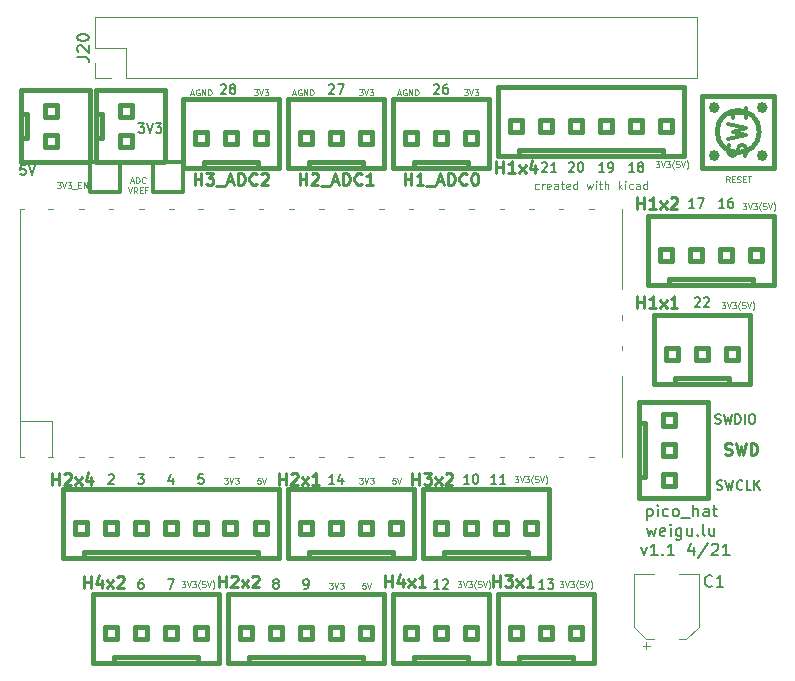
<source format=gbr>
%TF.GenerationSoftware,KiCad,Pcbnew,5.1.7-a382d34a8~87~ubuntu20.04.1*%
%TF.CreationDate,2021-04-14T12:00:42+02:00*%
%TF.ProjectId,pico_on_raspi,7069636f-5f6f-46e5-9f72-617370692e6b,rev?*%
%TF.SameCoordinates,Original*%
%TF.FileFunction,Legend,Top*%
%TF.FilePolarity,Positive*%
%FSLAX46Y46*%
G04 Gerber Fmt 4.6, Leading zero omitted, Abs format (unit mm)*
G04 Created by KiCad (PCBNEW 5.1.7-a382d34a8~87~ubuntu20.04.1) date 2021-04-14 12:00:42*
%MOMM*%
%LPD*%
G01*
G04 APERTURE LIST*
%ADD10C,0.177500*%
%ADD11C,0.125000*%
%ADD12C,0.150000*%
%ADD13C,0.120000*%
%ADD14C,0.381000*%
%ADD15C,0.304800*%
%ADD16C,0.250190*%
%ADD17C,0.251460*%
G04 APERTURE END LIST*
D10*
X77241523Y-99129904D02*
X77736761Y-99129904D01*
X77470095Y-99434666D01*
X77584380Y-99434666D01*
X77660571Y-99472761D01*
X77698666Y-99510857D01*
X77736761Y-99587047D01*
X77736761Y-99777523D01*
X77698666Y-99853714D01*
X77660571Y-99891809D01*
X77584380Y-99929904D01*
X77355809Y-99929904D01*
X77279619Y-99891809D01*
X77241523Y-99853714D01*
X77965333Y-99129904D02*
X78232000Y-99929904D01*
X78498666Y-99129904D01*
X78689142Y-99129904D02*
X79184380Y-99129904D01*
X78917714Y-99434666D01*
X79032000Y-99434666D01*
X79108190Y-99472761D01*
X79146285Y-99510857D01*
X79184380Y-99587047D01*
X79184380Y-99777523D01*
X79146285Y-99853714D01*
X79108190Y-99891809D01*
X79032000Y-99929904D01*
X78803428Y-99929904D01*
X78727238Y-99891809D01*
X78689142Y-99853714D01*
D11*
X111120000Y-104677333D02*
X111053333Y-104710666D01*
X110920000Y-104710666D01*
X110853333Y-104677333D01*
X110820000Y-104644000D01*
X110786666Y-104577333D01*
X110786666Y-104377333D01*
X110820000Y-104310666D01*
X110853333Y-104277333D01*
X110920000Y-104244000D01*
X111053333Y-104244000D01*
X111120000Y-104277333D01*
X111420000Y-104710666D02*
X111420000Y-104244000D01*
X111420000Y-104377333D02*
X111453333Y-104310666D01*
X111486666Y-104277333D01*
X111553333Y-104244000D01*
X111620000Y-104244000D01*
X112120000Y-104677333D02*
X112053333Y-104710666D01*
X111920000Y-104710666D01*
X111853333Y-104677333D01*
X111820000Y-104610666D01*
X111820000Y-104344000D01*
X111853333Y-104277333D01*
X111920000Y-104244000D01*
X112053333Y-104244000D01*
X112120000Y-104277333D01*
X112153333Y-104344000D01*
X112153333Y-104410666D01*
X111820000Y-104477333D01*
X112753333Y-104710666D02*
X112753333Y-104344000D01*
X112720000Y-104277333D01*
X112653333Y-104244000D01*
X112520000Y-104244000D01*
X112453333Y-104277333D01*
X112753333Y-104677333D02*
X112686666Y-104710666D01*
X112520000Y-104710666D01*
X112453333Y-104677333D01*
X112420000Y-104610666D01*
X112420000Y-104544000D01*
X112453333Y-104477333D01*
X112520000Y-104444000D01*
X112686666Y-104444000D01*
X112753333Y-104410666D01*
X112986666Y-104244000D02*
X113253333Y-104244000D01*
X113086666Y-104010666D02*
X113086666Y-104610666D01*
X113120000Y-104677333D01*
X113186666Y-104710666D01*
X113253333Y-104710666D01*
X113753333Y-104677333D02*
X113686666Y-104710666D01*
X113553333Y-104710666D01*
X113486666Y-104677333D01*
X113453333Y-104610666D01*
X113453333Y-104344000D01*
X113486666Y-104277333D01*
X113553333Y-104244000D01*
X113686666Y-104244000D01*
X113753333Y-104277333D01*
X113786666Y-104344000D01*
X113786666Y-104410666D01*
X113453333Y-104477333D01*
X114386666Y-104710666D02*
X114386666Y-104010666D01*
X114386666Y-104677333D02*
X114320000Y-104710666D01*
X114186666Y-104710666D01*
X114120000Y-104677333D01*
X114086666Y-104644000D01*
X114053333Y-104577333D01*
X114053333Y-104377333D01*
X114086666Y-104310666D01*
X114120000Y-104277333D01*
X114186666Y-104244000D01*
X114320000Y-104244000D01*
X114386666Y-104277333D01*
X115186666Y-104244000D02*
X115320000Y-104710666D01*
X115453333Y-104377333D01*
X115586666Y-104710666D01*
X115720000Y-104244000D01*
X115986666Y-104710666D02*
X115986666Y-104244000D01*
X115986666Y-104010666D02*
X115953333Y-104044000D01*
X115986666Y-104077333D01*
X116020000Y-104044000D01*
X115986666Y-104010666D01*
X115986666Y-104077333D01*
X116220000Y-104244000D02*
X116486666Y-104244000D01*
X116320000Y-104010666D02*
X116320000Y-104610666D01*
X116353333Y-104677333D01*
X116420000Y-104710666D01*
X116486666Y-104710666D01*
X116720000Y-104710666D02*
X116720000Y-104010666D01*
X117020000Y-104710666D02*
X117020000Y-104344000D01*
X116986666Y-104277333D01*
X116920000Y-104244000D01*
X116820000Y-104244000D01*
X116753333Y-104277333D01*
X116720000Y-104310666D01*
X117886666Y-104710666D02*
X117886666Y-104010666D01*
X117953333Y-104444000D02*
X118153333Y-104710666D01*
X118153333Y-104244000D02*
X117886666Y-104510666D01*
X118453333Y-104710666D02*
X118453333Y-104244000D01*
X118453333Y-104010666D02*
X118420000Y-104044000D01*
X118453333Y-104077333D01*
X118486666Y-104044000D01*
X118453333Y-104010666D01*
X118453333Y-104077333D01*
X119086666Y-104677333D02*
X119020000Y-104710666D01*
X118886666Y-104710666D01*
X118820000Y-104677333D01*
X118786666Y-104644000D01*
X118753333Y-104577333D01*
X118753333Y-104377333D01*
X118786666Y-104310666D01*
X118820000Y-104277333D01*
X118886666Y-104244000D01*
X119020000Y-104244000D01*
X119086666Y-104277333D01*
X119686666Y-104710666D02*
X119686666Y-104344000D01*
X119653333Y-104277333D01*
X119586666Y-104244000D01*
X119453333Y-104244000D01*
X119386666Y-104277333D01*
X119686666Y-104677333D02*
X119620000Y-104710666D01*
X119453333Y-104710666D01*
X119386666Y-104677333D01*
X119353333Y-104610666D01*
X119353333Y-104544000D01*
X119386666Y-104477333D01*
X119453333Y-104444000D01*
X119620000Y-104444000D01*
X119686666Y-104410666D01*
X120320000Y-104710666D02*
X120320000Y-104010666D01*
X120320000Y-104677333D02*
X120253333Y-104710666D01*
X120120000Y-104710666D01*
X120053333Y-104677333D01*
X120020000Y-104644000D01*
X119986666Y-104577333D01*
X119986666Y-104377333D01*
X120020000Y-104310666D01*
X120053333Y-104277333D01*
X120120000Y-104244000D01*
X120253333Y-104244000D01*
X120320000Y-104277333D01*
X76596952Y-104039833D02*
X76835047Y-104039833D01*
X76549333Y-104182690D02*
X76716000Y-103682690D01*
X76882666Y-104182690D01*
X77049333Y-104182690D02*
X77049333Y-103682690D01*
X77168380Y-103682690D01*
X77239809Y-103706500D01*
X77287428Y-103754119D01*
X77311238Y-103801738D01*
X77335047Y-103896976D01*
X77335047Y-103968404D01*
X77311238Y-104063642D01*
X77287428Y-104111261D01*
X77239809Y-104158880D01*
X77168380Y-104182690D01*
X77049333Y-104182690D01*
X77835047Y-104135071D02*
X77811238Y-104158880D01*
X77739809Y-104182690D01*
X77692190Y-104182690D01*
X77620761Y-104158880D01*
X77573142Y-104111261D01*
X77549333Y-104063642D01*
X77525523Y-103968404D01*
X77525523Y-103896976D01*
X77549333Y-103801738D01*
X77573142Y-103754119D01*
X77620761Y-103706500D01*
X77692190Y-103682690D01*
X77739809Y-103682690D01*
X77811238Y-103706500D01*
X77835047Y-103730309D01*
X76358857Y-104557690D02*
X76525523Y-105057690D01*
X76692190Y-104557690D01*
X77144571Y-105057690D02*
X76977904Y-104819595D01*
X76858857Y-105057690D02*
X76858857Y-104557690D01*
X77049333Y-104557690D01*
X77096952Y-104581500D01*
X77120761Y-104605309D01*
X77144571Y-104652928D01*
X77144571Y-104724357D01*
X77120761Y-104771976D01*
X77096952Y-104795785D01*
X77049333Y-104819595D01*
X76858857Y-104819595D01*
X77358857Y-104795785D02*
X77525523Y-104795785D01*
X77596952Y-105057690D02*
X77358857Y-105057690D01*
X77358857Y-104557690D01*
X77596952Y-104557690D01*
X77977904Y-104795785D02*
X77811238Y-104795785D01*
X77811238Y-105057690D02*
X77811238Y-104557690D01*
X78049333Y-104557690D01*
D10*
X67665619Y-102685904D02*
X67284666Y-102685904D01*
X67246571Y-103066857D01*
X67284666Y-103028761D01*
X67360857Y-102990666D01*
X67551333Y-102990666D01*
X67627523Y-103028761D01*
X67665619Y-103066857D01*
X67703714Y-103143047D01*
X67703714Y-103333523D01*
X67665619Y-103409714D01*
X67627523Y-103447809D01*
X67551333Y-103485904D01*
X67360857Y-103485904D01*
X67284666Y-103447809D01*
X67246571Y-103409714D01*
X67932285Y-102685904D02*
X68198952Y-103485904D01*
X68465619Y-102685904D01*
D11*
X81669047Y-96603333D02*
X81907142Y-96603333D01*
X81621428Y-96746190D02*
X81788095Y-96246190D01*
X81954761Y-96746190D01*
X82383333Y-96270000D02*
X82335714Y-96246190D01*
X82264285Y-96246190D01*
X82192857Y-96270000D01*
X82145238Y-96317619D01*
X82121428Y-96365238D01*
X82097619Y-96460476D01*
X82097619Y-96531904D01*
X82121428Y-96627142D01*
X82145238Y-96674761D01*
X82192857Y-96722380D01*
X82264285Y-96746190D01*
X82311904Y-96746190D01*
X82383333Y-96722380D01*
X82407142Y-96698571D01*
X82407142Y-96531904D01*
X82311904Y-96531904D01*
X82621428Y-96746190D02*
X82621428Y-96246190D01*
X82907142Y-96746190D01*
X82907142Y-96246190D01*
X83145238Y-96746190D02*
X83145238Y-96246190D01*
X83264285Y-96246190D01*
X83335714Y-96270000D01*
X83383333Y-96317619D01*
X83407142Y-96365238D01*
X83430952Y-96460476D01*
X83430952Y-96531904D01*
X83407142Y-96627142D01*
X83383333Y-96674761D01*
X83335714Y-96722380D01*
X83264285Y-96746190D01*
X83145238Y-96746190D01*
X99195047Y-96603333D02*
X99433142Y-96603333D01*
X99147428Y-96746190D02*
X99314095Y-96246190D01*
X99480761Y-96746190D01*
X99909333Y-96270000D02*
X99861714Y-96246190D01*
X99790285Y-96246190D01*
X99718857Y-96270000D01*
X99671238Y-96317619D01*
X99647428Y-96365238D01*
X99623619Y-96460476D01*
X99623619Y-96531904D01*
X99647428Y-96627142D01*
X99671238Y-96674761D01*
X99718857Y-96722380D01*
X99790285Y-96746190D01*
X99837904Y-96746190D01*
X99909333Y-96722380D01*
X99933142Y-96698571D01*
X99933142Y-96531904D01*
X99837904Y-96531904D01*
X100147428Y-96746190D02*
X100147428Y-96246190D01*
X100433142Y-96746190D01*
X100433142Y-96246190D01*
X100671238Y-96746190D02*
X100671238Y-96246190D01*
X100790285Y-96246190D01*
X100861714Y-96270000D01*
X100909333Y-96317619D01*
X100933142Y-96365238D01*
X100956952Y-96460476D01*
X100956952Y-96531904D01*
X100933142Y-96627142D01*
X100909333Y-96674761D01*
X100861714Y-96722380D01*
X100790285Y-96746190D01*
X100671238Y-96746190D01*
X90305047Y-96603333D02*
X90543142Y-96603333D01*
X90257428Y-96746190D02*
X90424095Y-96246190D01*
X90590761Y-96746190D01*
X91019333Y-96270000D02*
X90971714Y-96246190D01*
X90900285Y-96246190D01*
X90828857Y-96270000D01*
X90781238Y-96317619D01*
X90757428Y-96365238D01*
X90733619Y-96460476D01*
X90733619Y-96531904D01*
X90757428Y-96627142D01*
X90781238Y-96674761D01*
X90828857Y-96722380D01*
X90900285Y-96746190D01*
X90947904Y-96746190D01*
X91019333Y-96722380D01*
X91043142Y-96698571D01*
X91043142Y-96531904D01*
X90947904Y-96531904D01*
X91257428Y-96746190D02*
X91257428Y-96246190D01*
X91543142Y-96746190D01*
X91543142Y-96246190D01*
X91781238Y-96746190D02*
X91781238Y-96246190D01*
X91900285Y-96246190D01*
X91971714Y-96270000D01*
X92019333Y-96317619D01*
X92043142Y-96365238D01*
X92066952Y-96460476D01*
X92066952Y-96531904D01*
X92043142Y-96627142D01*
X92019333Y-96674761D01*
X91971714Y-96722380D01*
X91900285Y-96746190D01*
X91781238Y-96746190D01*
X87010952Y-96246190D02*
X87320476Y-96246190D01*
X87153809Y-96436666D01*
X87225238Y-96436666D01*
X87272857Y-96460476D01*
X87296666Y-96484285D01*
X87320476Y-96531904D01*
X87320476Y-96650952D01*
X87296666Y-96698571D01*
X87272857Y-96722380D01*
X87225238Y-96746190D01*
X87082380Y-96746190D01*
X87034761Y-96722380D01*
X87010952Y-96698571D01*
X87463333Y-96246190D02*
X87630000Y-96746190D01*
X87796666Y-96246190D01*
X87915714Y-96246190D02*
X88225238Y-96246190D01*
X88058571Y-96436666D01*
X88130000Y-96436666D01*
X88177619Y-96460476D01*
X88201428Y-96484285D01*
X88225238Y-96531904D01*
X88225238Y-96650952D01*
X88201428Y-96698571D01*
X88177619Y-96722380D01*
X88130000Y-96746190D01*
X87987142Y-96746190D01*
X87939523Y-96722380D01*
X87915714Y-96698571D01*
X95900952Y-96246190D02*
X96210476Y-96246190D01*
X96043809Y-96436666D01*
X96115238Y-96436666D01*
X96162857Y-96460476D01*
X96186666Y-96484285D01*
X96210476Y-96531904D01*
X96210476Y-96650952D01*
X96186666Y-96698571D01*
X96162857Y-96722380D01*
X96115238Y-96746190D01*
X95972380Y-96746190D01*
X95924761Y-96722380D01*
X95900952Y-96698571D01*
X96353333Y-96246190D02*
X96520000Y-96746190D01*
X96686666Y-96246190D01*
X96805714Y-96246190D02*
X97115238Y-96246190D01*
X96948571Y-96436666D01*
X97020000Y-96436666D01*
X97067619Y-96460476D01*
X97091428Y-96484285D01*
X97115238Y-96531904D01*
X97115238Y-96650952D01*
X97091428Y-96698571D01*
X97067619Y-96722380D01*
X97020000Y-96746190D01*
X96877142Y-96746190D01*
X96829523Y-96722380D01*
X96805714Y-96698571D01*
X104790952Y-96246190D02*
X105100476Y-96246190D01*
X104933809Y-96436666D01*
X105005238Y-96436666D01*
X105052857Y-96460476D01*
X105076666Y-96484285D01*
X105100476Y-96531904D01*
X105100476Y-96650952D01*
X105076666Y-96698571D01*
X105052857Y-96722380D01*
X105005238Y-96746190D01*
X104862380Y-96746190D01*
X104814761Y-96722380D01*
X104790952Y-96698571D01*
X105243333Y-96246190D02*
X105410000Y-96746190D01*
X105576666Y-96246190D01*
X105695714Y-96246190D02*
X106005238Y-96246190D01*
X105838571Y-96436666D01*
X105910000Y-96436666D01*
X105957619Y-96460476D01*
X105981428Y-96484285D01*
X106005238Y-96531904D01*
X106005238Y-96650952D01*
X105981428Y-96698571D01*
X105957619Y-96722380D01*
X105910000Y-96746190D01*
X105767142Y-96746190D01*
X105719523Y-96722380D01*
X105695714Y-96698571D01*
X121023238Y-102342190D02*
X121332761Y-102342190D01*
X121166095Y-102532666D01*
X121237523Y-102532666D01*
X121285142Y-102556476D01*
X121308952Y-102580285D01*
X121332761Y-102627904D01*
X121332761Y-102746952D01*
X121308952Y-102794571D01*
X121285142Y-102818380D01*
X121237523Y-102842190D01*
X121094666Y-102842190D01*
X121047047Y-102818380D01*
X121023238Y-102794571D01*
X121475619Y-102342190D02*
X121642285Y-102842190D01*
X121808952Y-102342190D01*
X121928000Y-102342190D02*
X122237523Y-102342190D01*
X122070857Y-102532666D01*
X122142285Y-102532666D01*
X122189904Y-102556476D01*
X122213714Y-102580285D01*
X122237523Y-102627904D01*
X122237523Y-102746952D01*
X122213714Y-102794571D01*
X122189904Y-102818380D01*
X122142285Y-102842190D01*
X121999428Y-102842190D01*
X121951809Y-102818380D01*
X121928000Y-102794571D01*
X122594666Y-103032666D02*
X122570857Y-103008857D01*
X122523238Y-102937428D01*
X122499428Y-102889809D01*
X122475619Y-102818380D01*
X122451809Y-102699333D01*
X122451809Y-102604095D01*
X122475619Y-102485047D01*
X122499428Y-102413619D01*
X122523238Y-102366000D01*
X122570857Y-102294571D01*
X122594666Y-102270761D01*
X123023238Y-102342190D02*
X122785142Y-102342190D01*
X122761333Y-102580285D01*
X122785142Y-102556476D01*
X122832761Y-102532666D01*
X122951809Y-102532666D01*
X122999428Y-102556476D01*
X123023238Y-102580285D01*
X123047047Y-102627904D01*
X123047047Y-102746952D01*
X123023238Y-102794571D01*
X122999428Y-102818380D01*
X122951809Y-102842190D01*
X122832761Y-102842190D01*
X122785142Y-102818380D01*
X122761333Y-102794571D01*
X123189904Y-102342190D02*
X123356571Y-102842190D01*
X123523238Y-102342190D01*
X123642285Y-103032666D02*
X123666095Y-103008857D01*
X123713714Y-102937428D01*
X123737523Y-102889809D01*
X123761333Y-102818380D01*
X123785142Y-102699333D01*
X123785142Y-102604095D01*
X123761333Y-102485047D01*
X123737523Y-102413619D01*
X123713714Y-102366000D01*
X123666095Y-102294571D01*
X123642285Y-102270761D01*
X126611238Y-114280190D02*
X126920761Y-114280190D01*
X126754095Y-114470666D01*
X126825523Y-114470666D01*
X126873142Y-114494476D01*
X126896952Y-114518285D01*
X126920761Y-114565904D01*
X126920761Y-114684952D01*
X126896952Y-114732571D01*
X126873142Y-114756380D01*
X126825523Y-114780190D01*
X126682666Y-114780190D01*
X126635047Y-114756380D01*
X126611238Y-114732571D01*
X127063619Y-114280190D02*
X127230285Y-114780190D01*
X127396952Y-114280190D01*
X127516000Y-114280190D02*
X127825523Y-114280190D01*
X127658857Y-114470666D01*
X127730285Y-114470666D01*
X127777904Y-114494476D01*
X127801714Y-114518285D01*
X127825523Y-114565904D01*
X127825523Y-114684952D01*
X127801714Y-114732571D01*
X127777904Y-114756380D01*
X127730285Y-114780190D01*
X127587428Y-114780190D01*
X127539809Y-114756380D01*
X127516000Y-114732571D01*
X128182666Y-114970666D02*
X128158857Y-114946857D01*
X128111238Y-114875428D01*
X128087428Y-114827809D01*
X128063619Y-114756380D01*
X128039809Y-114637333D01*
X128039809Y-114542095D01*
X128063619Y-114423047D01*
X128087428Y-114351619D01*
X128111238Y-114304000D01*
X128158857Y-114232571D01*
X128182666Y-114208761D01*
X128611238Y-114280190D02*
X128373142Y-114280190D01*
X128349333Y-114518285D01*
X128373142Y-114494476D01*
X128420761Y-114470666D01*
X128539809Y-114470666D01*
X128587428Y-114494476D01*
X128611238Y-114518285D01*
X128635047Y-114565904D01*
X128635047Y-114684952D01*
X128611238Y-114732571D01*
X128587428Y-114756380D01*
X128539809Y-114780190D01*
X128420761Y-114780190D01*
X128373142Y-114756380D01*
X128349333Y-114732571D01*
X128777904Y-114280190D02*
X128944571Y-114780190D01*
X129111238Y-114280190D01*
X129230285Y-114970666D02*
X129254095Y-114946857D01*
X129301714Y-114875428D01*
X129325523Y-114827809D01*
X129349333Y-114756380D01*
X129373142Y-114637333D01*
X129373142Y-114542095D01*
X129349333Y-114423047D01*
X129325523Y-114351619D01*
X129301714Y-114304000D01*
X129254095Y-114232571D01*
X129230285Y-114208761D01*
X128389238Y-105898190D02*
X128698761Y-105898190D01*
X128532095Y-106088666D01*
X128603523Y-106088666D01*
X128651142Y-106112476D01*
X128674952Y-106136285D01*
X128698761Y-106183904D01*
X128698761Y-106302952D01*
X128674952Y-106350571D01*
X128651142Y-106374380D01*
X128603523Y-106398190D01*
X128460666Y-106398190D01*
X128413047Y-106374380D01*
X128389238Y-106350571D01*
X128841619Y-105898190D02*
X129008285Y-106398190D01*
X129174952Y-105898190D01*
X129294000Y-105898190D02*
X129603523Y-105898190D01*
X129436857Y-106088666D01*
X129508285Y-106088666D01*
X129555904Y-106112476D01*
X129579714Y-106136285D01*
X129603523Y-106183904D01*
X129603523Y-106302952D01*
X129579714Y-106350571D01*
X129555904Y-106374380D01*
X129508285Y-106398190D01*
X129365428Y-106398190D01*
X129317809Y-106374380D01*
X129294000Y-106350571D01*
X129960666Y-106588666D02*
X129936857Y-106564857D01*
X129889238Y-106493428D01*
X129865428Y-106445809D01*
X129841619Y-106374380D01*
X129817809Y-106255333D01*
X129817809Y-106160095D01*
X129841619Y-106041047D01*
X129865428Y-105969619D01*
X129889238Y-105922000D01*
X129936857Y-105850571D01*
X129960666Y-105826761D01*
X130389238Y-105898190D02*
X130151142Y-105898190D01*
X130127333Y-106136285D01*
X130151142Y-106112476D01*
X130198761Y-106088666D01*
X130317809Y-106088666D01*
X130365428Y-106112476D01*
X130389238Y-106136285D01*
X130413047Y-106183904D01*
X130413047Y-106302952D01*
X130389238Y-106350571D01*
X130365428Y-106374380D01*
X130317809Y-106398190D01*
X130198761Y-106398190D01*
X130151142Y-106374380D01*
X130127333Y-106350571D01*
X130555904Y-105898190D02*
X130722571Y-106398190D01*
X130889238Y-105898190D01*
X131008285Y-106588666D02*
X131032095Y-106564857D01*
X131079714Y-106493428D01*
X131103523Y-106445809D01*
X131127333Y-106374380D01*
X131151142Y-106255333D01*
X131151142Y-106160095D01*
X131127333Y-106041047D01*
X131103523Y-105969619D01*
X131079714Y-105922000D01*
X131032095Y-105850571D01*
X131008285Y-105826761D01*
D12*
X120285238Y-131739714D02*
X120285238Y-132739714D01*
X120285238Y-131787333D02*
X120380476Y-131739714D01*
X120570952Y-131739714D01*
X120666190Y-131787333D01*
X120713809Y-131834952D01*
X120761428Y-131930190D01*
X120761428Y-132215904D01*
X120713809Y-132311142D01*
X120666190Y-132358761D01*
X120570952Y-132406380D01*
X120380476Y-132406380D01*
X120285238Y-132358761D01*
X121190000Y-132406380D02*
X121190000Y-131739714D01*
X121190000Y-131406380D02*
X121142380Y-131454000D01*
X121190000Y-131501619D01*
X121237619Y-131454000D01*
X121190000Y-131406380D01*
X121190000Y-131501619D01*
X122094761Y-132358761D02*
X121999523Y-132406380D01*
X121809047Y-132406380D01*
X121713809Y-132358761D01*
X121666190Y-132311142D01*
X121618571Y-132215904D01*
X121618571Y-131930190D01*
X121666190Y-131834952D01*
X121713809Y-131787333D01*
X121809047Y-131739714D01*
X121999523Y-131739714D01*
X122094761Y-131787333D01*
X122666190Y-132406380D02*
X122570952Y-132358761D01*
X122523333Y-132311142D01*
X122475714Y-132215904D01*
X122475714Y-131930190D01*
X122523333Y-131834952D01*
X122570952Y-131787333D01*
X122666190Y-131739714D01*
X122809047Y-131739714D01*
X122904285Y-131787333D01*
X122951904Y-131834952D01*
X122999523Y-131930190D01*
X122999523Y-132215904D01*
X122951904Y-132311142D01*
X122904285Y-132358761D01*
X122809047Y-132406380D01*
X122666190Y-132406380D01*
X123190000Y-132501619D02*
X123951904Y-132501619D01*
X124190000Y-132406380D02*
X124190000Y-131406380D01*
X124618571Y-132406380D02*
X124618571Y-131882571D01*
X124570952Y-131787333D01*
X124475714Y-131739714D01*
X124332857Y-131739714D01*
X124237619Y-131787333D01*
X124190000Y-131834952D01*
X125523333Y-132406380D02*
X125523333Y-131882571D01*
X125475714Y-131787333D01*
X125380476Y-131739714D01*
X125190000Y-131739714D01*
X125094761Y-131787333D01*
X125523333Y-132358761D02*
X125428095Y-132406380D01*
X125190000Y-132406380D01*
X125094761Y-132358761D01*
X125047142Y-132263523D01*
X125047142Y-132168285D01*
X125094761Y-132073047D01*
X125190000Y-132025428D01*
X125428095Y-132025428D01*
X125523333Y-131977809D01*
X125856666Y-131739714D02*
X126237619Y-131739714D01*
X125999523Y-131406380D02*
X125999523Y-132263523D01*
X126047142Y-132358761D01*
X126142380Y-132406380D01*
X126237619Y-132406380D01*
X120285238Y-133389714D02*
X120475714Y-134056380D01*
X120666190Y-133580190D01*
X120856666Y-134056380D01*
X121047142Y-133389714D01*
X121809047Y-134008761D02*
X121713809Y-134056380D01*
X121523333Y-134056380D01*
X121428095Y-134008761D01*
X121380476Y-133913523D01*
X121380476Y-133532571D01*
X121428095Y-133437333D01*
X121523333Y-133389714D01*
X121713809Y-133389714D01*
X121809047Y-133437333D01*
X121856666Y-133532571D01*
X121856666Y-133627809D01*
X121380476Y-133723047D01*
X122285238Y-134056380D02*
X122285238Y-133389714D01*
X122285238Y-133056380D02*
X122237619Y-133104000D01*
X122285238Y-133151619D01*
X122332857Y-133104000D01*
X122285238Y-133056380D01*
X122285238Y-133151619D01*
X123190000Y-133389714D02*
X123190000Y-134199238D01*
X123142380Y-134294476D01*
X123094761Y-134342095D01*
X122999523Y-134389714D01*
X122856666Y-134389714D01*
X122761428Y-134342095D01*
X123190000Y-134008761D02*
X123094761Y-134056380D01*
X122904285Y-134056380D01*
X122809047Y-134008761D01*
X122761428Y-133961142D01*
X122713809Y-133865904D01*
X122713809Y-133580190D01*
X122761428Y-133484952D01*
X122809047Y-133437333D01*
X122904285Y-133389714D01*
X123094761Y-133389714D01*
X123190000Y-133437333D01*
X124094761Y-133389714D02*
X124094761Y-134056380D01*
X123666190Y-133389714D02*
X123666190Y-133913523D01*
X123713809Y-134008761D01*
X123809047Y-134056380D01*
X123951904Y-134056380D01*
X124047142Y-134008761D01*
X124094761Y-133961142D01*
X124570952Y-133961142D02*
X124618571Y-134008761D01*
X124570952Y-134056380D01*
X124523333Y-134008761D01*
X124570952Y-133961142D01*
X124570952Y-134056380D01*
X125190000Y-134056380D02*
X125094761Y-134008761D01*
X125047142Y-133913523D01*
X125047142Y-133056380D01*
X125999523Y-133389714D02*
X125999523Y-134056380D01*
X125570952Y-133389714D02*
X125570952Y-133913523D01*
X125618571Y-134008761D01*
X125713809Y-134056380D01*
X125856666Y-134056380D01*
X125951904Y-134008761D01*
X125999523Y-133961142D01*
X119809047Y-135039714D02*
X120047142Y-135706380D01*
X120285238Y-135039714D01*
X121190000Y-135706380D02*
X120618571Y-135706380D01*
X120904285Y-135706380D02*
X120904285Y-134706380D01*
X120809047Y-134849238D01*
X120713809Y-134944476D01*
X120618571Y-134992095D01*
X121618571Y-135611142D02*
X121666190Y-135658761D01*
X121618571Y-135706380D01*
X121570952Y-135658761D01*
X121618571Y-135611142D01*
X121618571Y-135706380D01*
X122618571Y-135706380D02*
X122047142Y-135706380D01*
X122332857Y-135706380D02*
X122332857Y-134706380D01*
X122237619Y-134849238D01*
X122142380Y-134944476D01*
X122047142Y-134992095D01*
X124237619Y-135039714D02*
X124237619Y-135706380D01*
X123999523Y-134658761D02*
X123761428Y-135373047D01*
X124380476Y-135373047D01*
X125475714Y-134658761D02*
X124618571Y-135944476D01*
X125761428Y-134801619D02*
X125809047Y-134754000D01*
X125904285Y-134706380D01*
X126142380Y-134706380D01*
X126237619Y-134754000D01*
X126285238Y-134801619D01*
X126332857Y-134896857D01*
X126332857Y-134992095D01*
X126285238Y-135134952D01*
X125713809Y-135706380D01*
X126332857Y-135706380D01*
X127285238Y-135706380D02*
X126713809Y-135706380D01*
X126999523Y-135706380D02*
X126999523Y-134706380D01*
X126904285Y-134849238D01*
X126809047Y-134944476D01*
X126713809Y-134992095D01*
D11*
X112895238Y-137902190D02*
X113204761Y-137902190D01*
X113038095Y-138092666D01*
X113109523Y-138092666D01*
X113157142Y-138116476D01*
X113180952Y-138140285D01*
X113204761Y-138187904D01*
X113204761Y-138306952D01*
X113180952Y-138354571D01*
X113157142Y-138378380D01*
X113109523Y-138402190D01*
X112966666Y-138402190D01*
X112919047Y-138378380D01*
X112895238Y-138354571D01*
X113347619Y-137902190D02*
X113514285Y-138402190D01*
X113680952Y-137902190D01*
X113800000Y-137902190D02*
X114109523Y-137902190D01*
X113942857Y-138092666D01*
X114014285Y-138092666D01*
X114061904Y-138116476D01*
X114085714Y-138140285D01*
X114109523Y-138187904D01*
X114109523Y-138306952D01*
X114085714Y-138354571D01*
X114061904Y-138378380D01*
X114014285Y-138402190D01*
X113871428Y-138402190D01*
X113823809Y-138378380D01*
X113800000Y-138354571D01*
X114466666Y-138592666D02*
X114442857Y-138568857D01*
X114395238Y-138497428D01*
X114371428Y-138449809D01*
X114347619Y-138378380D01*
X114323809Y-138259333D01*
X114323809Y-138164095D01*
X114347619Y-138045047D01*
X114371428Y-137973619D01*
X114395238Y-137926000D01*
X114442857Y-137854571D01*
X114466666Y-137830761D01*
X114895238Y-137902190D02*
X114657142Y-137902190D01*
X114633333Y-138140285D01*
X114657142Y-138116476D01*
X114704761Y-138092666D01*
X114823809Y-138092666D01*
X114871428Y-138116476D01*
X114895238Y-138140285D01*
X114919047Y-138187904D01*
X114919047Y-138306952D01*
X114895238Y-138354571D01*
X114871428Y-138378380D01*
X114823809Y-138402190D01*
X114704761Y-138402190D01*
X114657142Y-138378380D01*
X114633333Y-138354571D01*
X115061904Y-137902190D02*
X115228571Y-138402190D01*
X115395238Y-137902190D01*
X115514285Y-138592666D02*
X115538095Y-138568857D01*
X115585714Y-138497428D01*
X115609523Y-138449809D01*
X115633333Y-138378380D01*
X115657142Y-138259333D01*
X115657142Y-138164095D01*
X115633333Y-138045047D01*
X115609523Y-137973619D01*
X115585714Y-137926000D01*
X115538095Y-137854571D01*
X115514285Y-137830761D01*
X104259238Y-137902190D02*
X104568761Y-137902190D01*
X104402095Y-138092666D01*
X104473523Y-138092666D01*
X104521142Y-138116476D01*
X104544952Y-138140285D01*
X104568761Y-138187904D01*
X104568761Y-138306952D01*
X104544952Y-138354571D01*
X104521142Y-138378380D01*
X104473523Y-138402190D01*
X104330666Y-138402190D01*
X104283047Y-138378380D01*
X104259238Y-138354571D01*
X104711619Y-137902190D02*
X104878285Y-138402190D01*
X105044952Y-137902190D01*
X105164000Y-137902190D02*
X105473523Y-137902190D01*
X105306857Y-138092666D01*
X105378285Y-138092666D01*
X105425904Y-138116476D01*
X105449714Y-138140285D01*
X105473523Y-138187904D01*
X105473523Y-138306952D01*
X105449714Y-138354571D01*
X105425904Y-138378380D01*
X105378285Y-138402190D01*
X105235428Y-138402190D01*
X105187809Y-138378380D01*
X105164000Y-138354571D01*
X105830666Y-138592666D02*
X105806857Y-138568857D01*
X105759238Y-138497428D01*
X105735428Y-138449809D01*
X105711619Y-138378380D01*
X105687809Y-138259333D01*
X105687809Y-138164095D01*
X105711619Y-138045047D01*
X105735428Y-137973619D01*
X105759238Y-137926000D01*
X105806857Y-137854571D01*
X105830666Y-137830761D01*
X106259238Y-137902190D02*
X106021142Y-137902190D01*
X105997333Y-138140285D01*
X106021142Y-138116476D01*
X106068761Y-138092666D01*
X106187809Y-138092666D01*
X106235428Y-138116476D01*
X106259238Y-138140285D01*
X106283047Y-138187904D01*
X106283047Y-138306952D01*
X106259238Y-138354571D01*
X106235428Y-138378380D01*
X106187809Y-138402190D01*
X106068761Y-138402190D01*
X106021142Y-138378380D01*
X105997333Y-138354571D01*
X106425904Y-137902190D02*
X106592571Y-138402190D01*
X106759238Y-137902190D01*
X106878285Y-138592666D02*
X106902095Y-138568857D01*
X106949714Y-138497428D01*
X106973523Y-138449809D01*
X106997333Y-138378380D01*
X107021142Y-138259333D01*
X107021142Y-138164095D01*
X106997333Y-138045047D01*
X106973523Y-137973619D01*
X106949714Y-137926000D01*
X106902095Y-137854571D01*
X106878285Y-137830761D01*
X109085238Y-129012190D02*
X109394761Y-129012190D01*
X109228095Y-129202666D01*
X109299523Y-129202666D01*
X109347142Y-129226476D01*
X109370952Y-129250285D01*
X109394761Y-129297904D01*
X109394761Y-129416952D01*
X109370952Y-129464571D01*
X109347142Y-129488380D01*
X109299523Y-129512190D01*
X109156666Y-129512190D01*
X109109047Y-129488380D01*
X109085238Y-129464571D01*
X109537619Y-129012190D02*
X109704285Y-129512190D01*
X109870952Y-129012190D01*
X109990000Y-129012190D02*
X110299523Y-129012190D01*
X110132857Y-129202666D01*
X110204285Y-129202666D01*
X110251904Y-129226476D01*
X110275714Y-129250285D01*
X110299523Y-129297904D01*
X110299523Y-129416952D01*
X110275714Y-129464571D01*
X110251904Y-129488380D01*
X110204285Y-129512190D01*
X110061428Y-129512190D01*
X110013809Y-129488380D01*
X109990000Y-129464571D01*
X110656666Y-129702666D02*
X110632857Y-129678857D01*
X110585238Y-129607428D01*
X110561428Y-129559809D01*
X110537619Y-129488380D01*
X110513809Y-129369333D01*
X110513809Y-129274095D01*
X110537619Y-129155047D01*
X110561428Y-129083619D01*
X110585238Y-129036000D01*
X110632857Y-128964571D01*
X110656666Y-128940761D01*
X111085238Y-129012190D02*
X110847142Y-129012190D01*
X110823333Y-129250285D01*
X110847142Y-129226476D01*
X110894761Y-129202666D01*
X111013809Y-129202666D01*
X111061428Y-129226476D01*
X111085238Y-129250285D01*
X111109047Y-129297904D01*
X111109047Y-129416952D01*
X111085238Y-129464571D01*
X111061428Y-129488380D01*
X111013809Y-129512190D01*
X110894761Y-129512190D01*
X110847142Y-129488380D01*
X110823333Y-129464571D01*
X111251904Y-129012190D02*
X111418571Y-129512190D01*
X111585238Y-129012190D01*
X111704285Y-129702666D02*
X111728095Y-129678857D01*
X111775714Y-129607428D01*
X111799523Y-129559809D01*
X111823333Y-129488380D01*
X111847142Y-129369333D01*
X111847142Y-129274095D01*
X111823333Y-129155047D01*
X111799523Y-129083619D01*
X111775714Y-129036000D01*
X111728095Y-128964571D01*
X111704285Y-128940761D01*
X98990161Y-129139190D02*
X98752066Y-129139190D01*
X98728257Y-129377285D01*
X98752066Y-129353476D01*
X98799685Y-129329666D01*
X98918733Y-129329666D01*
X98966352Y-129353476D01*
X98990161Y-129377285D01*
X99013971Y-129424904D01*
X99013971Y-129543952D01*
X98990161Y-129591571D01*
X98966352Y-129615380D01*
X98918733Y-129639190D01*
X98799685Y-129639190D01*
X98752066Y-129615380D01*
X98728257Y-129591571D01*
X99156828Y-129139190D02*
X99323495Y-129639190D01*
X99490161Y-129139190D01*
X87560161Y-129139190D02*
X87322066Y-129139190D01*
X87298257Y-129377285D01*
X87322066Y-129353476D01*
X87369685Y-129329666D01*
X87488733Y-129329666D01*
X87536352Y-129353476D01*
X87560161Y-129377285D01*
X87583971Y-129424904D01*
X87583971Y-129543952D01*
X87560161Y-129591571D01*
X87536352Y-129615380D01*
X87488733Y-129639190D01*
X87369685Y-129639190D01*
X87322066Y-129615380D01*
X87298257Y-129591571D01*
X87726828Y-129139190D02*
X87893495Y-129639190D01*
X88060161Y-129139190D01*
X95926352Y-129139190D02*
X96235876Y-129139190D01*
X96069209Y-129329666D01*
X96140638Y-129329666D01*
X96188257Y-129353476D01*
X96212066Y-129377285D01*
X96235876Y-129424904D01*
X96235876Y-129543952D01*
X96212066Y-129591571D01*
X96188257Y-129615380D01*
X96140638Y-129639190D01*
X95997780Y-129639190D01*
X95950161Y-129615380D01*
X95926352Y-129591571D01*
X96378733Y-129139190D02*
X96545400Y-129639190D01*
X96712066Y-129139190D01*
X96831114Y-129139190D02*
X97140638Y-129139190D01*
X96973971Y-129329666D01*
X97045400Y-129329666D01*
X97093019Y-129353476D01*
X97116828Y-129377285D01*
X97140638Y-129424904D01*
X97140638Y-129543952D01*
X97116828Y-129591571D01*
X97093019Y-129615380D01*
X97045400Y-129639190D01*
X96902542Y-129639190D01*
X96854923Y-129615380D01*
X96831114Y-129591571D01*
X84496352Y-129139190D02*
X84805876Y-129139190D01*
X84639209Y-129329666D01*
X84710638Y-129329666D01*
X84758257Y-129353476D01*
X84782066Y-129377285D01*
X84805876Y-129424904D01*
X84805876Y-129543952D01*
X84782066Y-129591571D01*
X84758257Y-129615380D01*
X84710638Y-129639190D01*
X84567780Y-129639190D01*
X84520161Y-129615380D01*
X84496352Y-129591571D01*
X84948733Y-129139190D02*
X85115400Y-129639190D01*
X85282066Y-129139190D01*
X85401114Y-129139190D02*
X85710638Y-129139190D01*
X85543971Y-129329666D01*
X85615400Y-129329666D01*
X85663019Y-129353476D01*
X85686828Y-129377285D01*
X85710638Y-129424904D01*
X85710638Y-129543952D01*
X85686828Y-129591571D01*
X85663019Y-129615380D01*
X85615400Y-129639190D01*
X85472542Y-129639190D01*
X85424923Y-129615380D01*
X85401114Y-129591571D01*
X96450161Y-138029190D02*
X96212066Y-138029190D01*
X96188257Y-138267285D01*
X96212066Y-138243476D01*
X96259685Y-138219666D01*
X96378733Y-138219666D01*
X96426352Y-138243476D01*
X96450161Y-138267285D01*
X96473971Y-138314904D01*
X96473971Y-138433952D01*
X96450161Y-138481571D01*
X96426352Y-138505380D01*
X96378733Y-138529190D01*
X96259685Y-138529190D01*
X96212066Y-138505380D01*
X96188257Y-138481571D01*
X96616828Y-138029190D02*
X96783495Y-138529190D01*
X96950161Y-138029190D01*
X80891238Y-137902190D02*
X81200761Y-137902190D01*
X81034095Y-138092666D01*
X81105523Y-138092666D01*
X81153142Y-138116476D01*
X81176952Y-138140285D01*
X81200761Y-138187904D01*
X81200761Y-138306952D01*
X81176952Y-138354571D01*
X81153142Y-138378380D01*
X81105523Y-138402190D01*
X80962666Y-138402190D01*
X80915047Y-138378380D01*
X80891238Y-138354571D01*
X81343619Y-137902190D02*
X81510285Y-138402190D01*
X81676952Y-137902190D01*
X81796000Y-137902190D02*
X82105523Y-137902190D01*
X81938857Y-138092666D01*
X82010285Y-138092666D01*
X82057904Y-138116476D01*
X82081714Y-138140285D01*
X82105523Y-138187904D01*
X82105523Y-138306952D01*
X82081714Y-138354571D01*
X82057904Y-138378380D01*
X82010285Y-138402190D01*
X81867428Y-138402190D01*
X81819809Y-138378380D01*
X81796000Y-138354571D01*
X82462666Y-138592666D02*
X82438857Y-138568857D01*
X82391238Y-138497428D01*
X82367428Y-138449809D01*
X82343619Y-138378380D01*
X82319809Y-138259333D01*
X82319809Y-138164095D01*
X82343619Y-138045047D01*
X82367428Y-137973619D01*
X82391238Y-137926000D01*
X82438857Y-137854571D01*
X82462666Y-137830761D01*
X82891238Y-137902190D02*
X82653142Y-137902190D01*
X82629333Y-138140285D01*
X82653142Y-138116476D01*
X82700761Y-138092666D01*
X82819809Y-138092666D01*
X82867428Y-138116476D01*
X82891238Y-138140285D01*
X82915047Y-138187904D01*
X82915047Y-138306952D01*
X82891238Y-138354571D01*
X82867428Y-138378380D01*
X82819809Y-138402190D01*
X82700761Y-138402190D01*
X82653142Y-138378380D01*
X82629333Y-138354571D01*
X83057904Y-137902190D02*
X83224571Y-138402190D01*
X83391238Y-137902190D01*
X83510285Y-138592666D02*
X83534095Y-138568857D01*
X83581714Y-138497428D01*
X83605523Y-138449809D01*
X83629333Y-138378380D01*
X83653142Y-138259333D01*
X83653142Y-138164095D01*
X83629333Y-138045047D01*
X83605523Y-137973619D01*
X83581714Y-137926000D01*
X83534095Y-137854571D01*
X83510285Y-137830761D01*
X93386352Y-138029190D02*
X93695876Y-138029190D01*
X93529209Y-138219666D01*
X93600638Y-138219666D01*
X93648257Y-138243476D01*
X93672066Y-138267285D01*
X93695876Y-138314904D01*
X93695876Y-138433952D01*
X93672066Y-138481571D01*
X93648257Y-138505380D01*
X93600638Y-138529190D01*
X93457780Y-138529190D01*
X93410161Y-138505380D01*
X93386352Y-138481571D01*
X93838733Y-138029190D02*
X94005400Y-138529190D01*
X94172066Y-138029190D01*
X94291114Y-138029190D02*
X94600638Y-138029190D01*
X94433971Y-138219666D01*
X94505400Y-138219666D01*
X94553019Y-138243476D01*
X94576828Y-138267285D01*
X94600638Y-138314904D01*
X94600638Y-138433952D01*
X94576828Y-138481571D01*
X94553019Y-138505380D01*
X94505400Y-138529190D01*
X94362542Y-138529190D01*
X94314923Y-138505380D01*
X94291114Y-138481571D01*
D13*
%TO.C,U1*%
X118210000Y-115740000D02*
X118210000Y-115340000D01*
X118210000Y-118340000D02*
X118210000Y-117940000D01*
X118210000Y-106340000D02*
X118210000Y-113140000D01*
X107810000Y-106340000D02*
X108210000Y-106340000D01*
X100110000Y-106340000D02*
X100510000Y-106340000D01*
X74710000Y-106340000D02*
X75110000Y-106340000D01*
X67210000Y-106340000D02*
X67510000Y-106340000D01*
X90010000Y-106340000D02*
X90410000Y-106340000D01*
X105210000Y-106340000D02*
X105610000Y-106340000D01*
X84910000Y-106340000D02*
X85310000Y-106340000D01*
X79810000Y-106340000D02*
X80210000Y-106340000D01*
X92510000Y-106340000D02*
X92910000Y-106340000D01*
X97610000Y-106340000D02*
X98010000Y-106340000D01*
X112810000Y-106340000D02*
X113210000Y-106340000D01*
X115410000Y-106340000D02*
X115810000Y-106340000D01*
X110310000Y-106340000D02*
X110710000Y-106340000D01*
X77310000Y-106340000D02*
X77710000Y-106340000D01*
X69610000Y-106340000D02*
X70010000Y-106340000D01*
X72210000Y-106340000D02*
X72610000Y-106340000D01*
X102710000Y-106340000D02*
X103110000Y-106340000D01*
X95010000Y-106340000D02*
X95410000Y-106340000D01*
X87410000Y-106340000D02*
X87810000Y-106340000D01*
X82310000Y-106340000D02*
X82710000Y-106340000D01*
X115410000Y-127340000D02*
X115810000Y-127340000D01*
X112810000Y-127340000D02*
X113210000Y-127340000D01*
X110310000Y-127340000D02*
X110710000Y-127340000D01*
X107810000Y-127340000D02*
X108210000Y-127340000D01*
X105210000Y-127340000D02*
X105610000Y-127340000D01*
X102710000Y-127340000D02*
X103110000Y-127340000D01*
X100110000Y-127340000D02*
X100510000Y-127340000D01*
X97610000Y-127340000D02*
X98010000Y-127340000D01*
X95010000Y-127340000D02*
X95410000Y-127340000D01*
X92510000Y-127340000D02*
X92910000Y-127340000D01*
X90010000Y-127340000D02*
X90410000Y-127340000D01*
X87410000Y-127340000D02*
X87810000Y-127340000D01*
X84910000Y-127340000D02*
X85310000Y-127340000D01*
X82310000Y-127340000D02*
X82710000Y-127340000D01*
X79810000Y-127340000D02*
X80210000Y-127340000D01*
X77310000Y-127340000D02*
X77710000Y-127340000D01*
X74710000Y-127340000D02*
X75110000Y-127340000D01*
X72210000Y-127340000D02*
X72610000Y-127340000D01*
X69610000Y-127340000D02*
X70010000Y-127340000D01*
X67210000Y-127340000D02*
X67510000Y-127340000D01*
X69877000Y-124333000D02*
X67210000Y-124333000D01*
X69877000Y-127340000D02*
X69877000Y-124333000D01*
X118210000Y-120540000D02*
X118210000Y-127340000D01*
X67210000Y-127340000D02*
X67210000Y-106340000D01*
D14*
%TO.C,SW1*%
X129794000Y-99822000D02*
G75*
G03*
X129794000Y-99822000I-1778000J0D01*
G01*
X124968000Y-96774000D02*
X131064000Y-96774000D01*
X124968000Y-102870000D02*
X124968000Y-96774000D01*
X131064000Y-102870000D02*
X124968000Y-102870000D01*
X131064000Y-96774000D02*
X131064000Y-102870000D01*
X130302000Y-97790000D02*
G75*
G03*
X130302000Y-97790000I-254000J0D01*
G01*
X130302000Y-101854000D02*
G75*
G03*
X130302000Y-101854000I-254000J0D01*
G01*
X126238000Y-101854000D02*
G75*
G03*
X126238000Y-101854000I-254000J0D01*
G01*
X126238000Y-97790000D02*
G75*
G03*
X126238000Y-97790000I-254000J0D01*
G01*
%TO.C,J1*%
X70866000Y-130048000D02*
X89154000Y-130048000D01*
X70866000Y-135890000D02*
X70866000Y-130048000D01*
X89154000Y-135890000D02*
X70866000Y-135890000D01*
X89154000Y-130150000D02*
X89154000Y-135890000D01*
X72644000Y-135382000D02*
X87376000Y-135382000D01*
X72644000Y-135890000D02*
X72644000Y-135382000D01*
X72898000Y-132842000D02*
X71882000Y-132842000D01*
X72898000Y-133858000D02*
X72898000Y-132842000D01*
X71882000Y-133858000D02*
X72898000Y-133858000D01*
X71882000Y-132842000D02*
X71882000Y-133858000D01*
X74422000Y-132842000D02*
X74422000Y-133858000D01*
X75438000Y-133858000D02*
X74422000Y-133858000D01*
X75438000Y-132842000D02*
X75438000Y-133858000D01*
X74422000Y-132842000D02*
X75438000Y-132842000D01*
X77978000Y-132842000D02*
X76962000Y-132842000D01*
X77978000Y-133858000D02*
X77978000Y-132842000D01*
X76962000Y-133858000D02*
X77978000Y-133858000D01*
X76962000Y-132842000D02*
X76962000Y-133858000D01*
X80518000Y-132842000D02*
X79502000Y-132842000D01*
X80518000Y-133858000D02*
X80518000Y-132842000D01*
X79502000Y-133858000D02*
X80518000Y-133858000D01*
X79502000Y-132842000D02*
X79502000Y-133858000D01*
X87376000Y-135382000D02*
X87376000Y-135890000D01*
X82042000Y-133858000D02*
X82042000Y-132842000D01*
X83058000Y-133858000D02*
X82042000Y-133858000D01*
X83058000Y-132842000D02*
X83058000Y-133858000D01*
X82042000Y-132842000D02*
X83058000Y-132842000D01*
X84455000Y-132842000D02*
X84455000Y-133858000D01*
X84455000Y-133858000D02*
X85471000Y-133858000D01*
X85471000Y-133858000D02*
X85471000Y-132842000D01*
X85471000Y-132842000D02*
X84455000Y-132842000D01*
X87122000Y-132842000D02*
X87122000Y-133858000D01*
X87122000Y-133858000D02*
X88138000Y-133858000D01*
X88138000Y-133858000D02*
X88138000Y-132842000D01*
X88138000Y-132842000D02*
X87122000Y-132842000D01*
%TO.C,J6*%
X84836000Y-138938000D02*
X98050000Y-138938000D01*
X84836000Y-144780000D02*
X84836000Y-138938000D01*
X95504000Y-144780000D02*
X84836000Y-144780000D01*
X98044000Y-138938000D02*
X98044000Y-144780000D01*
X86614000Y-144272000D02*
X93726000Y-144272000D01*
X86614000Y-144780000D02*
X86614000Y-144272000D01*
X86868000Y-141732000D02*
X85852000Y-141732000D01*
X86868000Y-142748000D02*
X86868000Y-141732000D01*
X85852000Y-142748000D02*
X86868000Y-142748000D01*
X85852000Y-141732000D02*
X85852000Y-142748000D01*
X88392000Y-141732000D02*
X88392000Y-142748000D01*
X89408000Y-142748000D02*
X88392000Y-142748000D01*
X89408000Y-141732000D02*
X89408000Y-142748000D01*
X88392000Y-141732000D02*
X89408000Y-141732000D01*
X91948000Y-141732000D02*
X90932000Y-141732000D01*
X91948000Y-142748000D02*
X91948000Y-141732000D01*
X90932000Y-142748000D02*
X91948000Y-142748000D01*
X90932000Y-141732000D02*
X90932000Y-142748000D01*
X94488000Y-141732000D02*
X93472000Y-141732000D01*
X94488000Y-142748000D02*
X94488000Y-141732000D01*
X93472000Y-142748000D02*
X94488000Y-142748000D01*
X93472000Y-141732000D02*
X93472000Y-142748000D01*
X95504000Y-144780000D02*
X98050000Y-144780000D01*
X96266000Y-144272000D02*
X96266000Y-144780000D01*
X93726000Y-144272000D02*
X96266000Y-144272000D01*
X96012000Y-142748000D02*
X96012000Y-141732000D01*
X97028000Y-142748000D02*
X96012000Y-142748000D01*
X97028000Y-141732000D02*
X97028000Y-142748000D01*
X96012000Y-141732000D02*
X97028000Y-141732000D01*
%TO.C,J13*%
X79502000Y-96314000D02*
X79502000Y-102314000D01*
X73660000Y-96266000D02*
X79502000Y-96266000D01*
X73660000Y-102314000D02*
X73660000Y-96314000D01*
X79400000Y-102362000D02*
X73660000Y-102362000D01*
X74168000Y-100330000D02*
X73660000Y-100330000D01*
X74168000Y-98298000D02*
X74168000Y-100314000D01*
X73660000Y-98298000D02*
X74168000Y-98298000D01*
X76708000Y-98552000D02*
X76708000Y-97536000D01*
X75692000Y-98552000D02*
X76708000Y-98552000D01*
X75692000Y-97536000D02*
X75692000Y-98552000D01*
X76708000Y-97536000D02*
X75692000Y-97536000D01*
X76708000Y-100076000D02*
X75692000Y-100076000D01*
X75692000Y-101092000D02*
X75692000Y-100076000D01*
X76708000Y-101092000D02*
X75692000Y-101092000D01*
X76708000Y-100076000D02*
X76708000Y-101092000D01*
%TO.C,J2*%
X84074000Y-138938000D02*
X84074000Y-139446000D01*
X73406000Y-138938000D02*
X84074000Y-138938000D01*
X73406000Y-144780000D02*
X73406000Y-138938000D01*
X84074000Y-144780000D02*
X73406000Y-144780000D01*
X84074000Y-139446000D02*
X84074000Y-144780000D01*
X82296000Y-144272000D02*
X82296000Y-144780000D01*
X75184000Y-144272000D02*
X82296000Y-144272000D01*
X75184000Y-144780000D02*
X75184000Y-144272000D01*
X75438000Y-141732000D02*
X74422000Y-141732000D01*
X75438000Y-142748000D02*
X75438000Y-141732000D01*
X74422000Y-142748000D02*
X75438000Y-142748000D01*
X74422000Y-141732000D02*
X74422000Y-142748000D01*
X76962000Y-141732000D02*
X76962000Y-142748000D01*
X77978000Y-142748000D02*
X76962000Y-142748000D01*
X77978000Y-141732000D02*
X77978000Y-142748000D01*
X76962000Y-141732000D02*
X77978000Y-141732000D01*
X80518000Y-141732000D02*
X79502000Y-141732000D01*
X80518000Y-142748000D02*
X80518000Y-141732000D01*
X79502000Y-142748000D02*
X80518000Y-142748000D01*
X79502000Y-141732000D02*
X79502000Y-142748000D01*
X83058000Y-141732000D02*
X82042000Y-141732000D01*
X83058000Y-142748000D02*
X83058000Y-141732000D01*
X82042000Y-142748000D02*
X83058000Y-142748000D01*
X82042000Y-141732000D02*
X82042000Y-142748000D01*
%TO.C,J3*%
X112014000Y-130048000D02*
X112014000Y-130556000D01*
X101346000Y-130048000D02*
X112014000Y-130048000D01*
X101346000Y-135890000D02*
X101346000Y-130048000D01*
X112014000Y-135890000D02*
X101346000Y-135890000D01*
X112014000Y-130556000D02*
X112014000Y-135890000D01*
X110236000Y-135382000D02*
X110236000Y-135890000D01*
X103124000Y-135382000D02*
X110236000Y-135382000D01*
X103124000Y-135890000D02*
X103124000Y-135382000D01*
X103378000Y-132842000D02*
X102362000Y-132842000D01*
X103378000Y-133858000D02*
X103378000Y-132842000D01*
X102362000Y-133858000D02*
X103378000Y-133858000D01*
X102362000Y-132842000D02*
X102362000Y-133858000D01*
X104902000Y-132842000D02*
X104902000Y-133858000D01*
X105918000Y-133858000D02*
X104902000Y-133858000D01*
X105918000Y-132842000D02*
X105918000Y-133858000D01*
X104902000Y-132842000D02*
X105918000Y-132842000D01*
X108458000Y-132842000D02*
X107442000Y-132842000D01*
X108458000Y-133858000D02*
X108458000Y-132842000D01*
X107442000Y-133858000D02*
X108458000Y-133858000D01*
X107442000Y-132842000D02*
X107442000Y-133858000D01*
X110998000Y-132842000D02*
X109982000Y-132842000D01*
X110998000Y-133858000D02*
X110998000Y-132842000D01*
X109982000Y-133858000D02*
X110998000Y-133858000D01*
X109982000Y-132842000D02*
X109982000Y-133858000D01*
%TO.C,J4*%
X98806000Y-138938000D02*
X106934000Y-138938000D01*
X98806000Y-144780000D02*
X98806000Y-138938000D01*
X106934000Y-144780000D02*
X98806000Y-144780000D01*
X106934000Y-139040000D02*
X106934000Y-144780000D01*
X105156000Y-144272000D02*
X105156000Y-144780000D01*
X100584000Y-144272000D02*
X105156000Y-144272000D01*
X100584000Y-144780000D02*
X100584000Y-144272000D01*
X100838000Y-141732000D02*
X99822000Y-141732000D01*
X100838000Y-142748000D02*
X100838000Y-141732000D01*
X99822000Y-142748000D02*
X100838000Y-142748000D01*
X99822000Y-141732000D02*
X99822000Y-142748000D01*
X102362000Y-141732000D02*
X102362000Y-142748000D01*
X103378000Y-142748000D02*
X102362000Y-142748000D01*
X103378000Y-141732000D02*
X103378000Y-142748000D01*
X102362000Y-141732000D02*
X103378000Y-141732000D01*
X105918000Y-141732000D02*
X104902000Y-141732000D01*
X105918000Y-142748000D02*
X105918000Y-141732000D01*
X104902000Y-142748000D02*
X105918000Y-142748000D01*
X104902000Y-141732000D02*
X104902000Y-142748000D01*
%TO.C,J5*%
X107696000Y-138938000D02*
X115824000Y-138938000D01*
X107696000Y-144780000D02*
X107696000Y-138938000D01*
X115824000Y-144780000D02*
X107696000Y-144780000D01*
X115824000Y-139040000D02*
X115824000Y-144780000D01*
X114046000Y-144272000D02*
X114046000Y-144780000D01*
X109474000Y-144272000D02*
X114046000Y-144272000D01*
X109474000Y-144780000D02*
X109474000Y-144272000D01*
X109728000Y-141732000D02*
X108712000Y-141732000D01*
X109728000Y-142748000D02*
X109728000Y-141732000D01*
X108712000Y-142748000D02*
X109728000Y-142748000D01*
X108712000Y-141732000D02*
X108712000Y-142748000D01*
X111252000Y-141732000D02*
X111252000Y-142748000D01*
X112268000Y-142748000D02*
X111252000Y-142748000D01*
X112268000Y-141732000D02*
X112268000Y-142748000D01*
X111252000Y-141732000D02*
X112268000Y-141732000D01*
X114808000Y-141732000D02*
X113792000Y-141732000D01*
X114808000Y-142748000D02*
X114808000Y-141732000D01*
X113792000Y-142748000D02*
X114808000Y-142748000D01*
X113792000Y-141732000D02*
X113792000Y-142748000D01*
%TO.C,J7*%
X100584000Y-130048000D02*
X100584000Y-130556000D01*
X89916000Y-130048000D02*
X100584000Y-130048000D01*
X89916000Y-135890000D02*
X89916000Y-130048000D01*
X100584000Y-135890000D02*
X89916000Y-135890000D01*
X100584000Y-130556000D02*
X100584000Y-135890000D01*
X98806000Y-135382000D02*
X98806000Y-135890000D01*
X91694000Y-135382000D02*
X98806000Y-135382000D01*
X91694000Y-135890000D02*
X91694000Y-135382000D01*
X91948000Y-132842000D02*
X90932000Y-132842000D01*
X91948000Y-133858000D02*
X91948000Y-132842000D01*
X90932000Y-133858000D02*
X91948000Y-133858000D01*
X90932000Y-132842000D02*
X90932000Y-133858000D01*
X93472000Y-132842000D02*
X93472000Y-133858000D01*
X94488000Y-133858000D02*
X93472000Y-133858000D01*
X94488000Y-132842000D02*
X94488000Y-133858000D01*
X93472000Y-132842000D02*
X94488000Y-132842000D01*
X97028000Y-132842000D02*
X96012000Y-132842000D01*
X97028000Y-133858000D02*
X97028000Y-132842000D01*
X96012000Y-133858000D02*
X97028000Y-133858000D01*
X96012000Y-132842000D02*
X96012000Y-133858000D01*
X99568000Y-132842000D02*
X98552000Y-132842000D01*
X99568000Y-133858000D02*
X99568000Y-132842000D01*
X98552000Y-133858000D02*
X99568000Y-133858000D01*
X98552000Y-132842000D02*
X98552000Y-133858000D01*
%TO.C,J9*%
X125476000Y-122682000D02*
X125476000Y-130810000D01*
X119634000Y-122682000D02*
X125476000Y-122682000D01*
X119634000Y-130810000D02*
X119634000Y-122682000D01*
X125374000Y-130810000D02*
X119634000Y-130810000D01*
X120142000Y-129032000D02*
X119634000Y-129032000D01*
X120142000Y-124460000D02*
X120142000Y-129032000D01*
X119634000Y-124460000D02*
X120142000Y-124460000D01*
X122682000Y-124714000D02*
X122682000Y-123698000D01*
X121666000Y-124714000D02*
X122682000Y-124714000D01*
X121666000Y-123698000D02*
X121666000Y-124714000D01*
X122682000Y-123698000D02*
X121666000Y-123698000D01*
X122682000Y-126238000D02*
X121666000Y-126238000D01*
X121666000Y-127254000D02*
X121666000Y-126238000D01*
X122682000Y-127254000D02*
X121666000Y-127254000D01*
X122682000Y-126238000D02*
X122682000Y-127254000D01*
X122682000Y-129794000D02*
X122682000Y-128778000D01*
X121666000Y-129794000D02*
X122682000Y-129794000D01*
X121666000Y-128778000D02*
X121666000Y-129794000D01*
X122682000Y-128778000D02*
X121666000Y-128778000D01*
%TO.C,J14*%
X131064000Y-106934000D02*
X131064000Y-107442000D01*
X120396000Y-106934000D02*
X131064000Y-106934000D01*
X120396000Y-112776000D02*
X120396000Y-106934000D01*
X131064000Y-112776000D02*
X120396000Y-112776000D01*
X131064000Y-107442000D02*
X131064000Y-112776000D01*
X129286000Y-112268000D02*
X129286000Y-112776000D01*
X122174000Y-112268000D02*
X129286000Y-112268000D01*
X122174000Y-112776000D02*
X122174000Y-112268000D01*
X122428000Y-109728000D02*
X121412000Y-109728000D01*
X122428000Y-110744000D02*
X122428000Y-109728000D01*
X121412000Y-110744000D02*
X122428000Y-110744000D01*
X121412000Y-109728000D02*
X121412000Y-110744000D01*
X123952000Y-109728000D02*
X123952000Y-110744000D01*
X124968000Y-110744000D02*
X123952000Y-110744000D01*
X124968000Y-109728000D02*
X124968000Y-110744000D01*
X123952000Y-109728000D02*
X124968000Y-109728000D01*
X127508000Y-109728000D02*
X126492000Y-109728000D01*
X127508000Y-110744000D02*
X127508000Y-109728000D01*
X126492000Y-110744000D02*
X127508000Y-110744000D01*
X126492000Y-109728000D02*
X126492000Y-110744000D01*
X130048000Y-109728000D02*
X129032000Y-109728000D01*
X130048000Y-110744000D02*
X130048000Y-109728000D01*
X129032000Y-110744000D02*
X130048000Y-110744000D01*
X129032000Y-109728000D02*
X129032000Y-110744000D01*
%TO.C,J15*%
X81026000Y-97028000D02*
X89154000Y-97028000D01*
X81026000Y-102870000D02*
X81026000Y-97028000D01*
X89154000Y-102870000D02*
X81026000Y-102870000D01*
X89154000Y-97130000D02*
X89154000Y-102870000D01*
X87376000Y-102362000D02*
X87376000Y-102870000D01*
X82804000Y-102362000D02*
X87376000Y-102362000D01*
X82804000Y-102870000D02*
X82804000Y-102362000D01*
X83058000Y-99822000D02*
X82042000Y-99822000D01*
X83058000Y-100838000D02*
X83058000Y-99822000D01*
X82042000Y-100838000D02*
X83058000Y-100838000D01*
X82042000Y-99822000D02*
X82042000Y-100838000D01*
X84582000Y-99822000D02*
X84582000Y-100838000D01*
X85598000Y-100838000D02*
X84582000Y-100838000D01*
X85598000Y-99822000D02*
X85598000Y-100838000D01*
X84582000Y-99822000D02*
X85598000Y-99822000D01*
X88138000Y-99822000D02*
X87122000Y-99822000D01*
X88138000Y-100838000D02*
X88138000Y-99822000D01*
X87122000Y-100838000D02*
X88138000Y-100838000D01*
X87122000Y-99822000D02*
X87122000Y-100838000D01*
%TO.C,J16*%
X89916000Y-97028000D02*
X98044000Y-97028000D01*
X89916000Y-102870000D02*
X89916000Y-97028000D01*
X98044000Y-102870000D02*
X89916000Y-102870000D01*
X98044000Y-97130000D02*
X98044000Y-102870000D01*
X96266000Y-102362000D02*
X96266000Y-102870000D01*
X91694000Y-102362000D02*
X96266000Y-102362000D01*
X91694000Y-102870000D02*
X91694000Y-102362000D01*
X91948000Y-99822000D02*
X90932000Y-99822000D01*
X91948000Y-100838000D02*
X91948000Y-99822000D01*
X90932000Y-100838000D02*
X91948000Y-100838000D01*
X90932000Y-99822000D02*
X90932000Y-100838000D01*
X93472000Y-99822000D02*
X93472000Y-100838000D01*
X94488000Y-100838000D02*
X93472000Y-100838000D01*
X94488000Y-99822000D02*
X94488000Y-100838000D01*
X93472000Y-99822000D02*
X94488000Y-99822000D01*
X97028000Y-99822000D02*
X96012000Y-99822000D01*
X97028000Y-100838000D02*
X97028000Y-99822000D01*
X96012000Y-100838000D02*
X97028000Y-100838000D01*
X96012000Y-99822000D02*
X96012000Y-100838000D01*
%TO.C,J17*%
X120904000Y-115316000D02*
X129032000Y-115316000D01*
X120904000Y-121158000D02*
X120904000Y-115316000D01*
X129032000Y-121158000D02*
X120904000Y-121158000D01*
X129032000Y-115418000D02*
X129032000Y-121158000D01*
X127254000Y-120650000D02*
X127254000Y-121158000D01*
X122682000Y-120650000D02*
X127254000Y-120650000D01*
X122682000Y-121158000D02*
X122682000Y-120650000D01*
X122936000Y-118110000D02*
X121920000Y-118110000D01*
X122936000Y-119126000D02*
X122936000Y-118110000D01*
X121920000Y-119126000D02*
X122936000Y-119126000D01*
X121920000Y-118110000D02*
X121920000Y-119126000D01*
X124460000Y-118110000D02*
X124460000Y-119126000D01*
X125476000Y-119126000D02*
X124460000Y-119126000D01*
X125476000Y-118110000D02*
X125476000Y-119126000D01*
X124460000Y-118110000D02*
X125476000Y-118110000D01*
X128016000Y-118110000D02*
X127000000Y-118110000D01*
X128016000Y-119126000D02*
X128016000Y-118110000D01*
X127000000Y-119126000D02*
X128016000Y-119126000D01*
X127000000Y-118110000D02*
X127000000Y-119126000D01*
%TO.C,J18*%
X98806000Y-97028000D02*
X106934000Y-97028000D01*
X98806000Y-102870000D02*
X98806000Y-97028000D01*
X106934000Y-102870000D02*
X98806000Y-102870000D01*
X106934000Y-97130000D02*
X106934000Y-102870000D01*
X105156000Y-102362000D02*
X105156000Y-102870000D01*
X100584000Y-102362000D02*
X105156000Y-102362000D01*
X100584000Y-102870000D02*
X100584000Y-102362000D01*
X100838000Y-99822000D02*
X99822000Y-99822000D01*
X100838000Y-100838000D02*
X100838000Y-99822000D01*
X99822000Y-100838000D02*
X100838000Y-100838000D01*
X99822000Y-99822000D02*
X99822000Y-100838000D01*
X102362000Y-99822000D02*
X102362000Y-100838000D01*
X103378000Y-100838000D02*
X102362000Y-100838000D01*
X103378000Y-99822000D02*
X103378000Y-100838000D01*
X102362000Y-99822000D02*
X103378000Y-99822000D01*
X105918000Y-99822000D02*
X104902000Y-99822000D01*
X105918000Y-100838000D02*
X105918000Y-99822000D01*
X104902000Y-100838000D02*
X105918000Y-100838000D01*
X104902000Y-99822000D02*
X104902000Y-100838000D01*
%TO.C,J19*%
X123444000Y-96012000D02*
X123444000Y-96520000D01*
X107696000Y-96012000D02*
X118364000Y-96012000D01*
X107696000Y-101854000D02*
X107696000Y-96012000D01*
X118364000Y-101854000D02*
X107696000Y-101854000D01*
X123444000Y-96520000D02*
X123444000Y-101854000D01*
X109474000Y-101346000D02*
X116586000Y-101346000D01*
X109474000Y-101854000D02*
X109474000Y-101346000D01*
X109728000Y-98806000D02*
X108712000Y-98806000D01*
X109728000Y-99822000D02*
X109728000Y-98806000D01*
X108712000Y-99822000D02*
X109728000Y-99822000D01*
X108712000Y-98806000D02*
X108712000Y-99822000D01*
X111252000Y-98806000D02*
X111252000Y-99822000D01*
X112268000Y-99822000D02*
X111252000Y-99822000D01*
X112268000Y-98806000D02*
X112268000Y-99822000D01*
X111252000Y-98806000D02*
X112268000Y-98806000D01*
X114808000Y-98806000D02*
X113792000Y-98806000D01*
X114808000Y-99822000D02*
X114808000Y-98806000D01*
X113792000Y-99822000D02*
X114808000Y-99822000D01*
X113792000Y-98806000D02*
X113792000Y-99822000D01*
X117348000Y-98806000D02*
X116332000Y-98806000D01*
X117348000Y-99822000D02*
X117348000Y-98806000D01*
X116332000Y-99822000D02*
X117348000Y-99822000D01*
X116332000Y-98806000D02*
X116332000Y-99822000D01*
X118364000Y-96012000D02*
X123444000Y-96012000D01*
X118364000Y-101854000D02*
X123444000Y-101854000D01*
X121666000Y-101346000D02*
X121666000Y-101854000D01*
X116586000Y-101346000D02*
X121666000Y-101346000D01*
X118872000Y-99822000D02*
X118872000Y-98806000D01*
X119888000Y-99822000D02*
X118872000Y-99822000D01*
X119888000Y-98806000D02*
X119888000Y-99822000D01*
X118872000Y-98806000D02*
X119888000Y-98806000D01*
X122428000Y-98806000D02*
X121412000Y-98806000D01*
X122428000Y-99822000D02*
X122428000Y-98806000D01*
X121412000Y-99822000D02*
X122428000Y-99822000D01*
X121412000Y-98806000D02*
X121412000Y-99822000D01*
D13*
%TO.C,J20*%
X124517460Y-95312540D02*
X124517460Y-90112540D01*
X76197460Y-95312540D02*
X124517460Y-95312540D01*
X73597460Y-90112540D02*
X124517460Y-90112540D01*
X76197460Y-95312540D02*
X76197460Y-92712540D01*
X76197460Y-92712540D02*
X73597460Y-92712540D01*
X73597460Y-92712540D02*
X73597460Y-90112540D01*
X74927460Y-95312540D02*
X73597460Y-95312540D01*
X73597460Y-95312540D02*
X73597460Y-93982540D01*
D14*
%TO.C,J10*%
X73152000Y-96314000D02*
X73152000Y-102314000D01*
X67310000Y-96266000D02*
X73152000Y-96266000D01*
X67310000Y-102314000D02*
X67310000Y-96314000D01*
X73050000Y-102362000D02*
X67310000Y-102362000D01*
X67818000Y-100330000D02*
X67310000Y-100330000D01*
X67818000Y-98298000D02*
X67818000Y-100314000D01*
X67310000Y-98298000D02*
X67818000Y-98298000D01*
X70358000Y-98552000D02*
X70358000Y-97536000D01*
X69342000Y-98552000D02*
X70358000Y-98552000D01*
X69342000Y-97536000D02*
X69342000Y-98552000D01*
X70358000Y-97536000D02*
X69342000Y-97536000D01*
X70358000Y-100076000D02*
X69342000Y-100076000D01*
X69342000Y-101092000D02*
X69342000Y-100076000D01*
X70358000Y-101092000D02*
X69342000Y-101092000D01*
X70358000Y-100076000D02*
X70358000Y-101092000D01*
D13*
%TO.C,C1*%
X119922500Y-143352500D02*
X120547500Y-143352500D01*
X120235000Y-143665000D02*
X120235000Y-143040000D01*
X123615563Y-142800000D02*
X124680000Y-141735563D01*
X120224437Y-142800000D02*
X119160000Y-141735563D01*
X120224437Y-142800000D02*
X120860000Y-142800000D01*
X123615563Y-142800000D02*
X122980000Y-142800000D01*
X124680000Y-141735563D02*
X124680000Y-137280000D01*
X119160000Y-141735563D02*
X119160000Y-137280000D01*
X119160000Y-137280000D02*
X120860000Y-137280000D01*
X124680000Y-137280000D02*
X122980000Y-137280000D01*
D15*
%TO.C,J11*%
X73152000Y-104902000D02*
X73152000Y-102362000D01*
X73152000Y-102362000D02*
X75692000Y-102362000D01*
X75692000Y-102362000D02*
X75692000Y-104902000D01*
X75692000Y-104902000D02*
X73152000Y-104902000D01*
%TO.C,J12*%
X78486000Y-104902000D02*
X78486000Y-102362000D01*
X78486000Y-102362000D02*
X81026000Y-102362000D01*
X81026000Y-102362000D02*
X81026000Y-104902000D01*
X81026000Y-104902000D02*
X78486000Y-104902000D01*
%TO.C,U1*%
D12*
X84226476Y-95904095D02*
X84264571Y-95866000D01*
X84340761Y-95827904D01*
X84531238Y-95827904D01*
X84607428Y-95866000D01*
X84645523Y-95904095D01*
X84683619Y-95980285D01*
X84683619Y-96056476D01*
X84645523Y-96170761D01*
X84188380Y-96627904D01*
X84683619Y-96627904D01*
X85140761Y-96170761D02*
X85064571Y-96132666D01*
X85026476Y-96094571D01*
X84988380Y-96018380D01*
X84988380Y-95980285D01*
X85026476Y-95904095D01*
X85064571Y-95866000D01*
X85140761Y-95827904D01*
X85293142Y-95827904D01*
X85369333Y-95866000D01*
X85407428Y-95904095D01*
X85445523Y-95980285D01*
X85445523Y-96018380D01*
X85407428Y-96094571D01*
X85369333Y-96132666D01*
X85293142Y-96170761D01*
X85140761Y-96170761D01*
X85064571Y-96208857D01*
X85026476Y-96246952D01*
X84988380Y-96323142D01*
X84988380Y-96475523D01*
X85026476Y-96551714D01*
X85064571Y-96589809D01*
X85140761Y-96627904D01*
X85293142Y-96627904D01*
X85369333Y-96589809D01*
X85407428Y-96551714D01*
X85445523Y-96475523D01*
X85445523Y-96323142D01*
X85407428Y-96246952D01*
X85369333Y-96208857D01*
X85293142Y-96170761D01*
X93370476Y-95904095D02*
X93408571Y-95866000D01*
X93484761Y-95827904D01*
X93675238Y-95827904D01*
X93751428Y-95866000D01*
X93789523Y-95904095D01*
X93827619Y-95980285D01*
X93827619Y-96056476D01*
X93789523Y-96170761D01*
X93332380Y-96627904D01*
X93827619Y-96627904D01*
X94094285Y-95827904D02*
X94627619Y-95827904D01*
X94284761Y-96627904D01*
X102260476Y-95904095D02*
X102298571Y-95866000D01*
X102374761Y-95827904D01*
X102565238Y-95827904D01*
X102641428Y-95866000D01*
X102679523Y-95904095D01*
X102717619Y-95980285D01*
X102717619Y-96056476D01*
X102679523Y-96170761D01*
X102222380Y-96627904D01*
X102717619Y-96627904D01*
X103403333Y-95827904D02*
X103250952Y-95827904D01*
X103174761Y-95866000D01*
X103136666Y-95904095D01*
X103060476Y-96018380D01*
X103022380Y-96170761D01*
X103022380Y-96475523D01*
X103060476Y-96551714D01*
X103098571Y-96589809D01*
X103174761Y-96627904D01*
X103327142Y-96627904D01*
X103403333Y-96589809D01*
X103441428Y-96551714D01*
X103479523Y-96475523D01*
X103479523Y-96285047D01*
X103441428Y-96208857D01*
X103403333Y-96170761D01*
X103327142Y-96132666D01*
X103174761Y-96132666D01*
X103098571Y-96170761D01*
X103060476Y-96208857D01*
X103022380Y-96285047D01*
X124358476Y-113938095D02*
X124396571Y-113900000D01*
X124472761Y-113861904D01*
X124663238Y-113861904D01*
X124739428Y-113900000D01*
X124777523Y-113938095D01*
X124815619Y-114014285D01*
X124815619Y-114090476D01*
X124777523Y-114204761D01*
X124320380Y-114661904D01*
X124815619Y-114661904D01*
X125120380Y-113938095D02*
X125158476Y-113900000D01*
X125234666Y-113861904D01*
X125425142Y-113861904D01*
X125501333Y-113900000D01*
X125539428Y-113938095D01*
X125577523Y-114014285D01*
X125577523Y-114090476D01*
X125539428Y-114204761D01*
X125082285Y-114661904D01*
X125577523Y-114661904D01*
X111404476Y-102508095D02*
X111442571Y-102470000D01*
X111518761Y-102431904D01*
X111709238Y-102431904D01*
X111785428Y-102470000D01*
X111823523Y-102508095D01*
X111861619Y-102584285D01*
X111861619Y-102660476D01*
X111823523Y-102774761D01*
X111366380Y-103231904D01*
X111861619Y-103231904D01*
X112623523Y-103231904D02*
X112166380Y-103231904D01*
X112394952Y-103231904D02*
X112394952Y-102431904D01*
X112318761Y-102546190D01*
X112242571Y-102622380D01*
X112166380Y-102660476D01*
X113690476Y-102508095D02*
X113728571Y-102470000D01*
X113804761Y-102431904D01*
X113995238Y-102431904D01*
X114071428Y-102470000D01*
X114109523Y-102508095D01*
X114147619Y-102584285D01*
X114147619Y-102660476D01*
X114109523Y-102774761D01*
X113652380Y-103231904D01*
X114147619Y-103231904D01*
X114642857Y-102431904D02*
X114719047Y-102431904D01*
X114795238Y-102470000D01*
X114833333Y-102508095D01*
X114871428Y-102584285D01*
X114909523Y-102736666D01*
X114909523Y-102927142D01*
X114871428Y-103079523D01*
X114833333Y-103155714D01*
X114795238Y-103193809D01*
X114719047Y-103231904D01*
X114642857Y-103231904D01*
X114566666Y-103193809D01*
X114528571Y-103155714D01*
X114490476Y-103079523D01*
X114452380Y-102927142D01*
X114452380Y-102736666D01*
X114490476Y-102584285D01*
X114528571Y-102508095D01*
X114566666Y-102470000D01*
X114642857Y-102431904D01*
X116687619Y-103231904D02*
X116230476Y-103231904D01*
X116459047Y-103231904D02*
X116459047Y-102431904D01*
X116382857Y-102546190D01*
X116306666Y-102622380D01*
X116230476Y-102660476D01*
X117068571Y-103231904D02*
X117220952Y-103231904D01*
X117297142Y-103193809D01*
X117335238Y-103155714D01*
X117411428Y-103041428D01*
X117449523Y-102889047D01*
X117449523Y-102584285D01*
X117411428Y-102508095D01*
X117373333Y-102470000D01*
X117297142Y-102431904D01*
X117144761Y-102431904D01*
X117068571Y-102470000D01*
X117030476Y-102508095D01*
X116992380Y-102584285D01*
X116992380Y-102774761D01*
X117030476Y-102850952D01*
X117068571Y-102889047D01*
X117144761Y-102927142D01*
X117297142Y-102927142D01*
X117373333Y-102889047D01*
X117411428Y-102850952D01*
X117449523Y-102774761D01*
X119227619Y-103231904D02*
X118770476Y-103231904D01*
X118999047Y-103231904D02*
X118999047Y-102431904D01*
X118922857Y-102546190D01*
X118846666Y-102622380D01*
X118770476Y-102660476D01*
X119684761Y-102774761D02*
X119608571Y-102736666D01*
X119570476Y-102698571D01*
X119532380Y-102622380D01*
X119532380Y-102584285D01*
X119570476Y-102508095D01*
X119608571Y-102470000D01*
X119684761Y-102431904D01*
X119837142Y-102431904D01*
X119913333Y-102470000D01*
X119951428Y-102508095D01*
X119989523Y-102584285D01*
X119989523Y-102622380D01*
X119951428Y-102698571D01*
X119913333Y-102736666D01*
X119837142Y-102774761D01*
X119684761Y-102774761D01*
X119608571Y-102812857D01*
X119570476Y-102850952D01*
X119532380Y-102927142D01*
X119532380Y-103079523D01*
X119570476Y-103155714D01*
X119608571Y-103193809D01*
X119684761Y-103231904D01*
X119837142Y-103231904D01*
X119913333Y-103193809D01*
X119951428Y-103155714D01*
X119989523Y-103079523D01*
X119989523Y-102927142D01*
X119951428Y-102850952D01*
X119913333Y-102812857D01*
X119837142Y-102774761D01*
X124307619Y-106279904D02*
X123850476Y-106279904D01*
X124079047Y-106279904D02*
X124079047Y-105479904D01*
X124002857Y-105594190D01*
X123926666Y-105670380D01*
X123850476Y-105708476D01*
X124574285Y-105479904D02*
X125107619Y-105479904D01*
X124764761Y-106279904D01*
X126847619Y-106279904D02*
X126390476Y-106279904D01*
X126619047Y-106279904D02*
X126619047Y-105479904D01*
X126542857Y-105594190D01*
X126466666Y-105670380D01*
X126390476Y-105708476D01*
X127533333Y-105479904D02*
X127380952Y-105479904D01*
X127304761Y-105518000D01*
X127266666Y-105556095D01*
X127190476Y-105670380D01*
X127152380Y-105822761D01*
X127152380Y-106127523D01*
X127190476Y-106203714D01*
X127228571Y-106241809D01*
X127304761Y-106279904D01*
X127457142Y-106279904D01*
X127533333Y-106241809D01*
X127571428Y-106203714D01*
X127609523Y-106127523D01*
X127609523Y-105937047D01*
X127571428Y-105860857D01*
X127533333Y-105822761D01*
X127457142Y-105784666D01*
X127304761Y-105784666D01*
X127228571Y-105822761D01*
X127190476Y-105860857D01*
X127152380Y-105937047D01*
X93827619Y-129647904D02*
X93370476Y-129647904D01*
X93599047Y-129647904D02*
X93599047Y-128847904D01*
X93522857Y-128962190D01*
X93446666Y-129038380D01*
X93370476Y-129076476D01*
X94513333Y-129114571D02*
X94513333Y-129647904D01*
X94322857Y-128809809D02*
X94132380Y-129381238D01*
X94627619Y-129381238D01*
X111607619Y-138537904D02*
X111150476Y-138537904D01*
X111379047Y-138537904D02*
X111379047Y-137737904D01*
X111302857Y-137852190D01*
X111226666Y-137928380D01*
X111150476Y-137966476D01*
X111874285Y-137737904D02*
X112369523Y-137737904D01*
X112102857Y-138042666D01*
X112217142Y-138042666D01*
X112293333Y-138080761D01*
X112331428Y-138118857D01*
X112369523Y-138195047D01*
X112369523Y-138385523D01*
X112331428Y-138461714D01*
X112293333Y-138499809D01*
X112217142Y-138537904D01*
X111988571Y-138537904D01*
X111912380Y-138499809D01*
X111874285Y-138461714D01*
X102717619Y-138537904D02*
X102260476Y-138537904D01*
X102489047Y-138537904D02*
X102489047Y-137737904D01*
X102412857Y-137852190D01*
X102336666Y-137928380D01*
X102260476Y-137966476D01*
X103022380Y-137814095D02*
X103060476Y-137776000D01*
X103136666Y-137737904D01*
X103327142Y-137737904D01*
X103403333Y-137776000D01*
X103441428Y-137814095D01*
X103479523Y-137890285D01*
X103479523Y-137966476D01*
X103441428Y-138080761D01*
X102984285Y-138537904D01*
X103479523Y-138537904D01*
X107543619Y-129647904D02*
X107086476Y-129647904D01*
X107315047Y-129647904D02*
X107315047Y-128847904D01*
X107238857Y-128962190D01*
X107162666Y-129038380D01*
X107086476Y-129076476D01*
X108305523Y-129647904D02*
X107848380Y-129647904D01*
X108076952Y-129647904D02*
X108076952Y-128847904D01*
X108000761Y-128962190D01*
X107924571Y-129038380D01*
X107848380Y-129076476D01*
X105257619Y-129647904D02*
X104800476Y-129647904D01*
X105029047Y-129647904D02*
X105029047Y-128847904D01*
X104952857Y-128962190D01*
X104876666Y-129038380D01*
X104800476Y-129076476D01*
X105752857Y-128847904D02*
X105829047Y-128847904D01*
X105905238Y-128886000D01*
X105943333Y-128924095D01*
X105981428Y-129000285D01*
X106019523Y-129152666D01*
X106019523Y-129343142D01*
X105981428Y-129495523D01*
X105943333Y-129571714D01*
X105905238Y-129609809D01*
X105829047Y-129647904D01*
X105752857Y-129647904D01*
X105676666Y-129609809D01*
X105638571Y-129571714D01*
X105600476Y-129495523D01*
X105562380Y-129343142D01*
X105562380Y-129152666D01*
X105600476Y-129000285D01*
X105638571Y-128924095D01*
X105676666Y-128886000D01*
X105752857Y-128847904D01*
X91287619Y-138537904D02*
X91440000Y-138537904D01*
X91516190Y-138499809D01*
X91554285Y-138461714D01*
X91630476Y-138347428D01*
X91668571Y-138195047D01*
X91668571Y-137890285D01*
X91630476Y-137814095D01*
X91592380Y-137776000D01*
X91516190Y-137737904D01*
X91363809Y-137737904D01*
X91287619Y-137776000D01*
X91249523Y-137814095D01*
X91211428Y-137890285D01*
X91211428Y-138080761D01*
X91249523Y-138156952D01*
X91287619Y-138195047D01*
X91363809Y-138233142D01*
X91516190Y-138233142D01*
X91592380Y-138195047D01*
X91630476Y-138156952D01*
X91668571Y-138080761D01*
X88823809Y-138080761D02*
X88747619Y-138042666D01*
X88709523Y-138004571D01*
X88671428Y-137928380D01*
X88671428Y-137890285D01*
X88709523Y-137814095D01*
X88747619Y-137776000D01*
X88823809Y-137737904D01*
X88976190Y-137737904D01*
X89052380Y-137776000D01*
X89090476Y-137814095D01*
X89128571Y-137890285D01*
X89128571Y-137928380D01*
X89090476Y-138004571D01*
X89052380Y-138042666D01*
X88976190Y-138080761D01*
X88823809Y-138080761D01*
X88747619Y-138118857D01*
X88709523Y-138156952D01*
X88671428Y-138233142D01*
X88671428Y-138385523D01*
X88709523Y-138461714D01*
X88747619Y-138499809D01*
X88823809Y-138537904D01*
X88976190Y-138537904D01*
X89052380Y-138499809D01*
X89090476Y-138461714D01*
X89128571Y-138385523D01*
X89128571Y-138233142D01*
X89090476Y-138156952D01*
X89052380Y-138118857D01*
X88976190Y-138080761D01*
X79743333Y-137737904D02*
X80276666Y-137737904D01*
X79933809Y-138537904D01*
X77622380Y-137737904D02*
X77470000Y-137737904D01*
X77393809Y-137776000D01*
X77355714Y-137814095D01*
X77279523Y-137928380D01*
X77241428Y-138080761D01*
X77241428Y-138385523D01*
X77279523Y-138461714D01*
X77317619Y-138499809D01*
X77393809Y-138537904D01*
X77546190Y-138537904D01*
X77622380Y-138499809D01*
X77660476Y-138461714D01*
X77698571Y-138385523D01*
X77698571Y-138195047D01*
X77660476Y-138118857D01*
X77622380Y-138080761D01*
X77546190Y-138042666D01*
X77393809Y-138042666D01*
X77317619Y-138080761D01*
X77279523Y-138118857D01*
X77241428Y-138195047D01*
X82740476Y-128847904D02*
X82359523Y-128847904D01*
X82321428Y-129228857D01*
X82359523Y-129190761D01*
X82435714Y-129152666D01*
X82626190Y-129152666D01*
X82702380Y-129190761D01*
X82740476Y-129228857D01*
X82778571Y-129305047D01*
X82778571Y-129495523D01*
X82740476Y-129571714D01*
X82702380Y-129609809D01*
X82626190Y-129647904D01*
X82435714Y-129647904D01*
X82359523Y-129609809D01*
X82321428Y-129571714D01*
X80162380Y-129114571D02*
X80162380Y-129647904D01*
X79971904Y-128809809D02*
X79781428Y-129381238D01*
X80276666Y-129381238D01*
X77203333Y-128847904D02*
X77698571Y-128847904D01*
X77431904Y-129152666D01*
X77546190Y-129152666D01*
X77622380Y-129190761D01*
X77660476Y-129228857D01*
X77698571Y-129305047D01*
X77698571Y-129495523D01*
X77660476Y-129571714D01*
X77622380Y-129609809D01*
X77546190Y-129647904D01*
X77317619Y-129647904D01*
X77241428Y-129609809D01*
X77203333Y-129571714D01*
X74726828Y-128924095D02*
X74764923Y-128886000D01*
X74841114Y-128847904D01*
X75031590Y-128847904D01*
X75107780Y-128886000D01*
X75145876Y-128924095D01*
X75183971Y-129000285D01*
X75183971Y-129076476D01*
X75145876Y-129190761D01*
X74688733Y-129647904D01*
X75183971Y-129647904D01*
D11*
X70330380Y-104120190D02*
X70639904Y-104120190D01*
X70473238Y-104310666D01*
X70544666Y-104310666D01*
X70592285Y-104334476D01*
X70616095Y-104358285D01*
X70639904Y-104405904D01*
X70639904Y-104524952D01*
X70616095Y-104572571D01*
X70592285Y-104596380D01*
X70544666Y-104620190D01*
X70401809Y-104620190D01*
X70354190Y-104596380D01*
X70330380Y-104572571D01*
X70782761Y-104120190D02*
X70949428Y-104620190D01*
X71116095Y-104120190D01*
X71235142Y-104120190D02*
X71544666Y-104120190D01*
X71378000Y-104310666D01*
X71449428Y-104310666D01*
X71497047Y-104334476D01*
X71520857Y-104358285D01*
X71544666Y-104405904D01*
X71544666Y-104524952D01*
X71520857Y-104572571D01*
X71497047Y-104596380D01*
X71449428Y-104620190D01*
X71306571Y-104620190D01*
X71258952Y-104596380D01*
X71235142Y-104572571D01*
X71639904Y-104667809D02*
X72020857Y-104667809D01*
X72139904Y-104358285D02*
X72306571Y-104358285D01*
X72378000Y-104620190D02*
X72139904Y-104620190D01*
X72139904Y-104120190D01*
X72378000Y-104120190D01*
X72592285Y-104620190D02*
X72592285Y-104120190D01*
X72878000Y-104620190D01*
X72878000Y-104120190D01*
D12*
X126206476Y-130117809D02*
X126320761Y-130155904D01*
X126511238Y-130155904D01*
X126587428Y-130117809D01*
X126625523Y-130079714D01*
X126663619Y-130003523D01*
X126663619Y-129927333D01*
X126625523Y-129851142D01*
X126587428Y-129813047D01*
X126511238Y-129774952D01*
X126358857Y-129736857D01*
X126282666Y-129698761D01*
X126244571Y-129660666D01*
X126206476Y-129584476D01*
X126206476Y-129508285D01*
X126244571Y-129432095D01*
X126282666Y-129394000D01*
X126358857Y-129355904D01*
X126549333Y-129355904D01*
X126663619Y-129394000D01*
X126930285Y-129355904D02*
X127120761Y-130155904D01*
X127273142Y-129584476D01*
X127425523Y-130155904D01*
X127616000Y-129355904D01*
X128377904Y-130079714D02*
X128339809Y-130117809D01*
X128225523Y-130155904D01*
X128149333Y-130155904D01*
X128035047Y-130117809D01*
X127958857Y-130041619D01*
X127920761Y-129965428D01*
X127882666Y-129813047D01*
X127882666Y-129698761D01*
X127920761Y-129546380D01*
X127958857Y-129470190D01*
X128035047Y-129394000D01*
X128149333Y-129355904D01*
X128225523Y-129355904D01*
X128339809Y-129394000D01*
X128377904Y-129432095D01*
X129101714Y-130155904D02*
X128720761Y-130155904D01*
X128720761Y-129355904D01*
X129368380Y-130155904D02*
X129368380Y-129355904D01*
X129825523Y-130155904D02*
X129482666Y-129698761D01*
X129825523Y-129355904D02*
X129368380Y-129813047D01*
X126066761Y-124529809D02*
X126181047Y-124567904D01*
X126371523Y-124567904D01*
X126447714Y-124529809D01*
X126485809Y-124491714D01*
X126523904Y-124415523D01*
X126523904Y-124339333D01*
X126485809Y-124263142D01*
X126447714Y-124225047D01*
X126371523Y-124186952D01*
X126219142Y-124148857D01*
X126142952Y-124110761D01*
X126104857Y-124072666D01*
X126066761Y-123996476D01*
X126066761Y-123920285D01*
X126104857Y-123844095D01*
X126142952Y-123806000D01*
X126219142Y-123767904D01*
X126409619Y-123767904D01*
X126523904Y-123806000D01*
X126790571Y-123767904D02*
X126981047Y-124567904D01*
X127133428Y-123996476D01*
X127285809Y-124567904D01*
X127476285Y-123767904D01*
X127781047Y-124567904D02*
X127781047Y-123767904D01*
X127971523Y-123767904D01*
X128085809Y-123806000D01*
X128162000Y-123882190D01*
X128200095Y-123958380D01*
X128238190Y-124110761D01*
X128238190Y-124225047D01*
X128200095Y-124377428D01*
X128162000Y-124453619D01*
X128085809Y-124529809D01*
X127971523Y-124567904D01*
X127781047Y-124567904D01*
X128581047Y-124567904D02*
X128581047Y-123767904D01*
X129114380Y-123767904D02*
X129266761Y-123767904D01*
X129342952Y-123806000D01*
X129419142Y-123882190D01*
X129457238Y-124034571D01*
X129457238Y-124301238D01*
X129419142Y-124453619D01*
X129342952Y-124529809D01*
X129266761Y-124567904D01*
X129114380Y-124567904D01*
X129038190Y-124529809D01*
X128962000Y-124453619D01*
X128923904Y-124301238D01*
X128923904Y-124034571D01*
X128962000Y-123882190D01*
X129038190Y-123806000D01*
X129114380Y-123767904D01*
%TO.C,SW1*%
D15*
X128632857Y-101854000D02*
X128705428Y-101636285D01*
X128705428Y-101273428D01*
X128632857Y-101128285D01*
X128560285Y-101055714D01*
X128415142Y-100983142D01*
X128270000Y-100983142D01*
X128124857Y-101055714D01*
X128052285Y-101128285D01*
X127979714Y-101273428D01*
X127907142Y-101563714D01*
X127834571Y-101708857D01*
X127762000Y-101781428D01*
X127616857Y-101854000D01*
X127471714Y-101854000D01*
X127326571Y-101781428D01*
X127254000Y-101708857D01*
X127181428Y-101563714D01*
X127181428Y-101200857D01*
X127254000Y-100983142D01*
X127181428Y-100475142D02*
X128705428Y-100112285D01*
X127616857Y-99822000D01*
X128705428Y-99531714D01*
X127181428Y-99168857D01*
X128705428Y-97790000D02*
X128705428Y-98660857D01*
X128705428Y-98225428D02*
X127181428Y-98225428D01*
X127399142Y-98370571D01*
X127544285Y-98515714D01*
X127616857Y-98660857D01*
D11*
X127289809Y-104112190D02*
X127123142Y-103874095D01*
X127004095Y-104112190D02*
X127004095Y-103612190D01*
X127194571Y-103612190D01*
X127242190Y-103636000D01*
X127266000Y-103659809D01*
X127289809Y-103707428D01*
X127289809Y-103778857D01*
X127266000Y-103826476D01*
X127242190Y-103850285D01*
X127194571Y-103874095D01*
X127004095Y-103874095D01*
X127504095Y-103850285D02*
X127670761Y-103850285D01*
X127742190Y-104112190D02*
X127504095Y-104112190D01*
X127504095Y-103612190D01*
X127742190Y-103612190D01*
X127932666Y-104088380D02*
X128004095Y-104112190D01*
X128123142Y-104112190D01*
X128170761Y-104088380D01*
X128194571Y-104064571D01*
X128218380Y-104016952D01*
X128218380Y-103969333D01*
X128194571Y-103921714D01*
X128170761Y-103897904D01*
X128123142Y-103874095D01*
X128027904Y-103850285D01*
X127980285Y-103826476D01*
X127956476Y-103802666D01*
X127932666Y-103755047D01*
X127932666Y-103707428D01*
X127956476Y-103659809D01*
X127980285Y-103636000D01*
X128027904Y-103612190D01*
X128146952Y-103612190D01*
X128218380Y-103636000D01*
X128432666Y-103850285D02*
X128599333Y-103850285D01*
X128670761Y-104112190D02*
X128432666Y-104112190D01*
X128432666Y-103612190D01*
X128670761Y-103612190D01*
X128813619Y-103612190D02*
X129099333Y-103612190D01*
X128956476Y-104112190D02*
X128956476Y-103612190D01*
%TO.C,J1*%
D16*
X69958857Y-129738724D02*
X69958857Y-128737964D01*
X69958857Y-129214517D02*
X70539428Y-129214517D01*
X70539428Y-129738724D02*
X70539428Y-128737964D01*
X70974857Y-128833275D02*
X71023238Y-128785620D01*
X71120000Y-128737964D01*
X71361904Y-128737964D01*
X71458666Y-128785620D01*
X71507047Y-128833275D01*
X71555428Y-128928585D01*
X71555428Y-129023896D01*
X71507047Y-129166861D01*
X70926476Y-129738724D01*
X71555428Y-129738724D01*
X71894095Y-129738724D02*
X72426285Y-129071551D01*
X71894095Y-129071551D02*
X72426285Y-129738724D01*
X73248761Y-129071551D02*
X73248761Y-129738724D01*
X73006857Y-128690309D02*
X72764952Y-129405138D01*
X73393904Y-129405138D01*
D17*
%TO.C,J6*%
D16*
X84055857Y-138425524D02*
X84055857Y-137424764D01*
X84055857Y-137901317D02*
X84636428Y-137901317D01*
X84636428Y-138425524D02*
X84636428Y-137424764D01*
X85071857Y-137520075D02*
X85120238Y-137472420D01*
X85217000Y-137424764D01*
X85458904Y-137424764D01*
X85555666Y-137472420D01*
X85604047Y-137520075D01*
X85652428Y-137615385D01*
X85652428Y-137710696D01*
X85604047Y-137853661D01*
X85023476Y-138425524D01*
X85652428Y-138425524D01*
X85991095Y-138425524D02*
X86523285Y-137758351D01*
X85991095Y-137758351D02*
X86523285Y-138425524D01*
X86861952Y-137520075D02*
X86910333Y-137472420D01*
X87007095Y-137424764D01*
X87249000Y-137424764D01*
X87345761Y-137472420D01*
X87394142Y-137520075D01*
X87442523Y-137615385D01*
X87442523Y-137710696D01*
X87394142Y-137853661D01*
X86813571Y-138425524D01*
X87442523Y-138425524D01*
D17*
%TO.C,J2*%
D16*
X72625857Y-138450924D02*
X72625857Y-137450164D01*
X72625857Y-137926717D02*
X73206428Y-137926717D01*
X73206428Y-138450924D02*
X73206428Y-137450164D01*
X74125666Y-137783751D02*
X74125666Y-138450924D01*
X73883761Y-137402509D02*
X73641857Y-138117338D01*
X74270809Y-138117338D01*
X74561095Y-138450924D02*
X75093285Y-137783751D01*
X74561095Y-137783751D02*
X75093285Y-138450924D01*
X75431952Y-137545475D02*
X75480333Y-137497820D01*
X75577095Y-137450164D01*
X75819000Y-137450164D01*
X75915761Y-137497820D01*
X75964142Y-137545475D01*
X76012523Y-137640785D01*
X76012523Y-137736096D01*
X75964142Y-137879061D01*
X75383571Y-138450924D01*
X76012523Y-138450924D01*
D17*
%TO.C,J3*%
D16*
X100438857Y-129738724D02*
X100438857Y-128737964D01*
X100438857Y-129214517D02*
X101019428Y-129214517D01*
X101019428Y-129738724D02*
X101019428Y-128737964D01*
X101406476Y-128737964D02*
X102035428Y-128737964D01*
X101696761Y-129119206D01*
X101841904Y-129119206D01*
X101938666Y-129166861D01*
X101987047Y-129214517D01*
X102035428Y-129309827D01*
X102035428Y-129548103D01*
X101987047Y-129643414D01*
X101938666Y-129691069D01*
X101841904Y-129738724D01*
X101551619Y-129738724D01*
X101454857Y-129691069D01*
X101406476Y-129643414D01*
X102374095Y-129738724D02*
X102906285Y-129071551D01*
X102374095Y-129071551D02*
X102906285Y-129738724D01*
X103244952Y-128833275D02*
X103293333Y-128785620D01*
X103390095Y-128737964D01*
X103632000Y-128737964D01*
X103728761Y-128785620D01*
X103777142Y-128833275D01*
X103825523Y-128928585D01*
X103825523Y-129023896D01*
X103777142Y-129166861D01*
X103196571Y-129738724D01*
X103825523Y-129738724D01*
D17*
%TO.C,J4*%
D16*
X98152857Y-138374724D02*
X98152857Y-137373964D01*
X98152857Y-137850517D02*
X98733428Y-137850517D01*
X98733428Y-138374724D02*
X98733428Y-137373964D01*
X99652666Y-137707551D02*
X99652666Y-138374724D01*
X99410761Y-137326309D02*
X99168857Y-138041138D01*
X99797809Y-138041138D01*
X100088095Y-138374724D02*
X100620285Y-137707551D01*
X100088095Y-137707551D02*
X100620285Y-138374724D01*
X101539523Y-138374724D02*
X100958952Y-138374724D01*
X101249238Y-138374724D02*
X101249238Y-137373964D01*
X101152476Y-137516930D01*
X101055714Y-137612240D01*
X100958952Y-137659896D01*
D17*
%TO.C,J5*%
D16*
X107296857Y-138374724D02*
X107296857Y-137373964D01*
X107296857Y-137850517D02*
X107877428Y-137850517D01*
X107877428Y-138374724D02*
X107877428Y-137373964D01*
X108264476Y-137373964D02*
X108893428Y-137373964D01*
X108554761Y-137755206D01*
X108699904Y-137755206D01*
X108796666Y-137802861D01*
X108845047Y-137850517D01*
X108893428Y-137945827D01*
X108893428Y-138184103D01*
X108845047Y-138279414D01*
X108796666Y-138327069D01*
X108699904Y-138374724D01*
X108409619Y-138374724D01*
X108312857Y-138327069D01*
X108264476Y-138279414D01*
X109232095Y-138374724D02*
X109764285Y-137707551D01*
X109232095Y-137707551D02*
X109764285Y-138374724D01*
X110683523Y-138374724D02*
X110102952Y-138374724D01*
X110393238Y-138374724D02*
X110393238Y-137373964D01*
X110296476Y-137516930D01*
X110199714Y-137612240D01*
X110102952Y-137659896D01*
D17*
%TO.C,J7*%
D16*
X89135857Y-129738724D02*
X89135857Y-128737964D01*
X89135857Y-129214517D02*
X89716428Y-129214517D01*
X89716428Y-129738724D02*
X89716428Y-128737964D01*
X90151857Y-128833275D02*
X90200238Y-128785620D01*
X90297000Y-128737964D01*
X90538904Y-128737964D01*
X90635666Y-128785620D01*
X90684047Y-128833275D01*
X90732428Y-128928585D01*
X90732428Y-129023896D01*
X90684047Y-129166861D01*
X90103476Y-129738724D01*
X90732428Y-129738724D01*
X91071095Y-129738724D02*
X91603285Y-129071551D01*
X91071095Y-129071551D02*
X91603285Y-129738724D01*
X92522523Y-129738724D02*
X91941952Y-129738724D01*
X92232238Y-129738724D02*
X92232238Y-128737964D01*
X92135476Y-128880930D01*
X92038714Y-128976240D01*
X91941952Y-129023896D01*
D17*
%TO.C,J9*%
D16*
X126891142Y-127151069D02*
X127036285Y-127198724D01*
X127278190Y-127198724D01*
X127374952Y-127151069D01*
X127423333Y-127103414D01*
X127471714Y-127008103D01*
X127471714Y-126912793D01*
X127423333Y-126817482D01*
X127374952Y-126769827D01*
X127278190Y-126722172D01*
X127084666Y-126674517D01*
X126987904Y-126626861D01*
X126939523Y-126579206D01*
X126891142Y-126483896D01*
X126891142Y-126388585D01*
X126939523Y-126293275D01*
X126987904Y-126245620D01*
X127084666Y-126197964D01*
X127326571Y-126197964D01*
X127471714Y-126245620D01*
X127810380Y-126197964D02*
X128052285Y-127198724D01*
X128245809Y-126483896D01*
X128439333Y-127198724D01*
X128681238Y-126197964D01*
X129068285Y-127198724D02*
X129068285Y-126197964D01*
X129310190Y-126197964D01*
X129455333Y-126245620D01*
X129552095Y-126340930D01*
X129600476Y-126436240D01*
X129648857Y-126626861D01*
X129648857Y-126769827D01*
X129600476Y-126960448D01*
X129552095Y-127055759D01*
X129455333Y-127151069D01*
X129310190Y-127198724D01*
X129068285Y-127198724D01*
%TO.C,J14*%
X119488857Y-106370724D02*
X119488857Y-105369964D01*
X119488857Y-105846517D02*
X120069428Y-105846517D01*
X120069428Y-106370724D02*
X120069428Y-105369964D01*
X121085428Y-106370724D02*
X120504857Y-106370724D01*
X120795142Y-106370724D02*
X120795142Y-105369964D01*
X120698380Y-105512930D01*
X120601619Y-105608240D01*
X120504857Y-105655896D01*
X121424095Y-106370724D02*
X121956285Y-105703551D01*
X121424095Y-105703551D02*
X121956285Y-106370724D01*
X122294952Y-105465275D02*
X122343333Y-105417620D01*
X122440095Y-105369964D01*
X122682000Y-105369964D01*
X122778761Y-105417620D01*
X122827142Y-105465275D01*
X122875523Y-105560585D01*
X122875523Y-105655896D01*
X122827142Y-105798861D01*
X122246571Y-106370724D01*
X122875523Y-106370724D01*
D17*
%TO.C,J15*%
D16*
X81993619Y-104338724D02*
X81993619Y-103337964D01*
X81993619Y-103814517D02*
X82574190Y-103814517D01*
X82574190Y-104338724D02*
X82574190Y-103337964D01*
X82961238Y-103337964D02*
X83590190Y-103337964D01*
X83251523Y-103719206D01*
X83396666Y-103719206D01*
X83493428Y-103766861D01*
X83541809Y-103814517D01*
X83590190Y-103909827D01*
X83590190Y-104148103D01*
X83541809Y-104243414D01*
X83493428Y-104291069D01*
X83396666Y-104338724D01*
X83106380Y-104338724D01*
X83009619Y-104291069D01*
X82961238Y-104243414D01*
X83783714Y-104434035D02*
X84557809Y-104434035D01*
X84751333Y-104052793D02*
X85235142Y-104052793D01*
X84654571Y-104338724D02*
X84993238Y-103337964D01*
X85331904Y-104338724D01*
X85670571Y-104338724D02*
X85670571Y-103337964D01*
X85912476Y-103337964D01*
X86057619Y-103385620D01*
X86154380Y-103480930D01*
X86202761Y-103576240D01*
X86251142Y-103766861D01*
X86251142Y-103909827D01*
X86202761Y-104100448D01*
X86154380Y-104195759D01*
X86057619Y-104291069D01*
X85912476Y-104338724D01*
X85670571Y-104338724D01*
X87267142Y-104243414D02*
X87218761Y-104291069D01*
X87073619Y-104338724D01*
X86976857Y-104338724D01*
X86831714Y-104291069D01*
X86734952Y-104195759D01*
X86686571Y-104100448D01*
X86638190Y-103909827D01*
X86638190Y-103766861D01*
X86686571Y-103576240D01*
X86734952Y-103480930D01*
X86831714Y-103385620D01*
X86976857Y-103337964D01*
X87073619Y-103337964D01*
X87218761Y-103385620D01*
X87267142Y-103433275D01*
X87654190Y-103433275D02*
X87702571Y-103385620D01*
X87799333Y-103337964D01*
X88041238Y-103337964D01*
X88138000Y-103385620D01*
X88186380Y-103433275D01*
X88234761Y-103528585D01*
X88234761Y-103623896D01*
X88186380Y-103766861D01*
X87605809Y-104338724D01*
X88234761Y-104338724D01*
D17*
%TO.C,J16*%
D16*
X90883619Y-104338724D02*
X90883619Y-103337964D01*
X90883619Y-103814517D02*
X91464190Y-103814517D01*
X91464190Y-104338724D02*
X91464190Y-103337964D01*
X91899619Y-103433275D02*
X91948000Y-103385620D01*
X92044761Y-103337964D01*
X92286666Y-103337964D01*
X92383428Y-103385620D01*
X92431809Y-103433275D01*
X92480190Y-103528585D01*
X92480190Y-103623896D01*
X92431809Y-103766861D01*
X91851238Y-104338724D01*
X92480190Y-104338724D01*
X92673714Y-104434035D02*
X93447809Y-104434035D01*
X93641333Y-104052793D02*
X94125142Y-104052793D01*
X93544571Y-104338724D02*
X93883238Y-103337964D01*
X94221904Y-104338724D01*
X94560571Y-104338724D02*
X94560571Y-103337964D01*
X94802476Y-103337964D01*
X94947619Y-103385620D01*
X95044380Y-103480930D01*
X95092761Y-103576240D01*
X95141142Y-103766861D01*
X95141142Y-103909827D01*
X95092761Y-104100448D01*
X95044380Y-104195759D01*
X94947619Y-104291069D01*
X94802476Y-104338724D01*
X94560571Y-104338724D01*
X96157142Y-104243414D02*
X96108761Y-104291069D01*
X95963619Y-104338724D01*
X95866857Y-104338724D01*
X95721714Y-104291069D01*
X95624952Y-104195759D01*
X95576571Y-104100448D01*
X95528190Y-103909827D01*
X95528190Y-103766861D01*
X95576571Y-103576240D01*
X95624952Y-103480930D01*
X95721714Y-103385620D01*
X95866857Y-103337964D01*
X95963619Y-103337964D01*
X96108761Y-103385620D01*
X96157142Y-103433275D01*
X97124761Y-104338724D02*
X96544190Y-104338724D01*
X96834476Y-104338724D02*
X96834476Y-103337964D01*
X96737714Y-103480930D01*
X96640952Y-103576240D01*
X96544190Y-103623896D01*
D17*
%TO.C,J17*%
D16*
X119488857Y-114752724D02*
X119488857Y-113751964D01*
X119488857Y-114228517D02*
X120069428Y-114228517D01*
X120069428Y-114752724D02*
X120069428Y-113751964D01*
X121085428Y-114752724D02*
X120504857Y-114752724D01*
X120795142Y-114752724D02*
X120795142Y-113751964D01*
X120698380Y-113894930D01*
X120601619Y-113990240D01*
X120504857Y-114037896D01*
X121424095Y-114752724D02*
X121956285Y-114085551D01*
X121424095Y-114085551D02*
X121956285Y-114752724D01*
X122875523Y-114752724D02*
X122294952Y-114752724D01*
X122585238Y-114752724D02*
X122585238Y-113751964D01*
X122488476Y-113894930D01*
X122391714Y-113990240D01*
X122294952Y-114037896D01*
D17*
%TO.C,J18*%
D16*
X99773619Y-104338724D02*
X99773619Y-103337964D01*
X99773619Y-103814517D02*
X100354190Y-103814517D01*
X100354190Y-104338724D02*
X100354190Y-103337964D01*
X101370190Y-104338724D02*
X100789619Y-104338724D01*
X101079904Y-104338724D02*
X101079904Y-103337964D01*
X100983142Y-103480930D01*
X100886380Y-103576240D01*
X100789619Y-103623896D01*
X101563714Y-104434035D02*
X102337809Y-104434035D01*
X102531333Y-104052793D02*
X103015142Y-104052793D01*
X102434571Y-104338724D02*
X102773238Y-103337964D01*
X103111904Y-104338724D01*
X103450571Y-104338724D02*
X103450571Y-103337964D01*
X103692476Y-103337964D01*
X103837619Y-103385620D01*
X103934380Y-103480930D01*
X103982761Y-103576240D01*
X104031142Y-103766861D01*
X104031142Y-103909827D01*
X103982761Y-104100448D01*
X103934380Y-104195759D01*
X103837619Y-104291069D01*
X103692476Y-104338724D01*
X103450571Y-104338724D01*
X105047142Y-104243414D02*
X104998761Y-104291069D01*
X104853619Y-104338724D01*
X104756857Y-104338724D01*
X104611714Y-104291069D01*
X104514952Y-104195759D01*
X104466571Y-104100448D01*
X104418190Y-103909827D01*
X104418190Y-103766861D01*
X104466571Y-103576240D01*
X104514952Y-103480930D01*
X104611714Y-103385620D01*
X104756857Y-103337964D01*
X104853619Y-103337964D01*
X104998761Y-103385620D01*
X105047142Y-103433275D01*
X105676095Y-103337964D02*
X105772857Y-103337964D01*
X105869619Y-103385620D01*
X105918000Y-103433275D01*
X105966380Y-103528585D01*
X106014761Y-103719206D01*
X106014761Y-103957482D01*
X105966380Y-104148103D01*
X105918000Y-104243414D01*
X105869619Y-104291069D01*
X105772857Y-104338724D01*
X105676095Y-104338724D01*
X105579333Y-104291069D01*
X105530952Y-104243414D01*
X105482571Y-104148103D01*
X105434190Y-103957482D01*
X105434190Y-103719206D01*
X105482571Y-103528585D01*
X105530952Y-103433275D01*
X105579333Y-103385620D01*
X105676095Y-103337964D01*
D17*
%TO.C,J19*%
D16*
X107550857Y-103322724D02*
X107550857Y-102321964D01*
X107550857Y-102798517D02*
X108131428Y-102798517D01*
X108131428Y-103322724D02*
X108131428Y-102321964D01*
X109147428Y-103322724D02*
X108566857Y-103322724D01*
X108857142Y-103322724D02*
X108857142Y-102321964D01*
X108760380Y-102464930D01*
X108663619Y-102560240D01*
X108566857Y-102607896D01*
X109486095Y-103322724D02*
X110018285Y-102655551D01*
X109486095Y-102655551D02*
X110018285Y-103322724D01*
X110840761Y-102655551D02*
X110840761Y-103322724D01*
X110598857Y-102274309D02*
X110356952Y-102989138D01*
X110985904Y-102989138D01*
D17*
%TO.C,J20*%
D12*
X72049840Y-93522063D02*
X72764126Y-93522063D01*
X72906983Y-93569682D01*
X73002221Y-93664920D01*
X73049840Y-93807778D01*
X73049840Y-93903016D01*
X72145079Y-93093492D02*
X72097460Y-93045873D01*
X72049840Y-92950635D01*
X72049840Y-92712540D01*
X72097460Y-92617301D01*
X72145079Y-92569682D01*
X72240317Y-92522063D01*
X72335555Y-92522063D01*
X72478412Y-92569682D01*
X73049840Y-93141111D01*
X73049840Y-92522063D01*
X72049840Y-91903016D02*
X72049840Y-91807778D01*
X72097460Y-91712540D01*
X72145079Y-91664920D01*
X72240317Y-91617301D01*
X72430793Y-91569682D01*
X72668888Y-91569682D01*
X72859364Y-91617301D01*
X72954602Y-91664920D01*
X73002221Y-91712540D01*
X73049840Y-91807778D01*
X73049840Y-91903016D01*
X73002221Y-91998254D01*
X72954602Y-92045873D01*
X72859364Y-92093492D01*
X72668888Y-92141111D01*
X72430793Y-92141111D01*
X72240317Y-92093492D01*
X72145079Y-92045873D01*
X72097460Y-91998254D01*
X72049840Y-91903016D01*
%TO.C,C1*%
X125817333Y-138279142D02*
X125769714Y-138326761D01*
X125626857Y-138374380D01*
X125531619Y-138374380D01*
X125388761Y-138326761D01*
X125293523Y-138231523D01*
X125245904Y-138136285D01*
X125198285Y-137945809D01*
X125198285Y-137802952D01*
X125245904Y-137612476D01*
X125293523Y-137517238D01*
X125388761Y-137422000D01*
X125531619Y-137374380D01*
X125626857Y-137374380D01*
X125769714Y-137422000D01*
X125817333Y-137469619D01*
X126769714Y-138374380D02*
X126198285Y-138374380D01*
X126484000Y-138374380D02*
X126484000Y-137374380D01*
X126388761Y-137517238D01*
X126293523Y-137612476D01*
X126198285Y-137660095D01*
%TD*%
M02*

</source>
